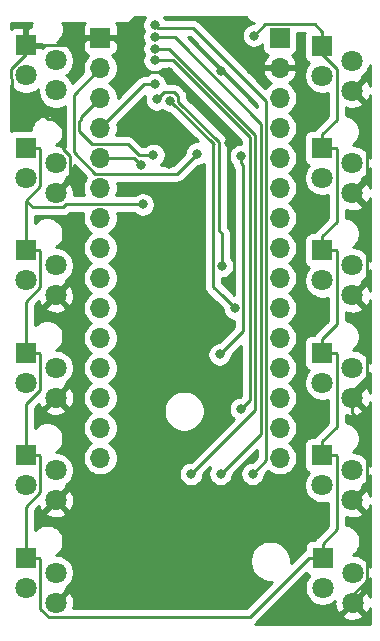
<source format=gbr>
G04 #@! TF.GenerationSoftware,KiCad,Pcbnew,5.1.5-52549c5~84~ubuntu18.04.1*
G04 #@! TF.CreationDate,2019-11-19T18:32:17+01:00*
G04 #@! TF.ProjectId,darkroom_tracker,6461726b-726f-46f6-9d5f-747261636b65,rev?*
G04 #@! TF.SameCoordinates,Original*
G04 #@! TF.FileFunction,Copper,L2,Bot*
G04 #@! TF.FilePolarity,Positive*
%FSLAX46Y46*%
G04 Gerber Fmt 4.6, Leading zero omitted, Abs format (unit mm)*
G04 Created by KiCad (PCBNEW 5.1.5-52549c5~84~ubuntu18.04.1) date 2019-11-19 18:32:17*
%MOMM*%
%LPD*%
G04 APERTURE LIST*
%ADD10R,1.700000X1.700000*%
%ADD11O,1.700000X1.700000*%
%ADD12C,1.800000*%
%ADD13R,1.800000X1.800000*%
%ADD14C,0.800000*%
%ADD15C,0.250000*%
%ADD16C,0.254000*%
G04 APERTURE END LIST*
D10*
X124000000Y-72200000D03*
D11*
X124000000Y-74740000D03*
X124000000Y-77280000D03*
X124000000Y-79820000D03*
X124000000Y-82360000D03*
X124000000Y-84900000D03*
X124000000Y-87440000D03*
X124000000Y-89980000D03*
X124000000Y-92520000D03*
X124000000Y-95060000D03*
X124000000Y-97600000D03*
X124000000Y-100140000D03*
X124000000Y-102680000D03*
X124000000Y-105220000D03*
X124000000Y-107760000D03*
X139200000Y-107760000D03*
X139200000Y-105220000D03*
X139200000Y-102680000D03*
X139200000Y-100140000D03*
X139200000Y-97600000D03*
X139200000Y-95060000D03*
X139200000Y-92520000D03*
X139200000Y-89980000D03*
X139200000Y-87440000D03*
X139200000Y-84900000D03*
X139200000Y-82360000D03*
X139200000Y-79820000D03*
X139200000Y-77280000D03*
X139200000Y-74740000D03*
D10*
X139200000Y-72200000D03*
D12*
X145354040Y-76652120D03*
X142814040Y-75382120D03*
X145354040Y-74112120D03*
D13*
X142814040Y-72842120D03*
X142814040Y-81518760D03*
D12*
X145354040Y-82788760D03*
X142814040Y-84058760D03*
X145354040Y-85328760D03*
X145354040Y-94000320D03*
X142814040Y-92730320D03*
X145354040Y-91460320D03*
D13*
X142814040Y-90190320D03*
X142814040Y-98861880D03*
D12*
X145354040Y-100131880D03*
X142814040Y-101401880D03*
X145354040Y-102671880D03*
X145354040Y-111343440D03*
X142814040Y-110073440D03*
X145354040Y-108803440D03*
D13*
X142814040Y-107533440D03*
X142834360Y-116205000D03*
D12*
X145374360Y-117475000D03*
X142834360Y-118745000D03*
X145374360Y-120015000D03*
D13*
X117703600Y-116205000D03*
D12*
X120243600Y-117475000D03*
X117703600Y-118745000D03*
X120243600Y-120015000D03*
X120243600Y-111338360D03*
X117703600Y-110068360D03*
X120243600Y-108798360D03*
D13*
X117703600Y-107528360D03*
X117703600Y-98856800D03*
D12*
X120243600Y-100126800D03*
X117703600Y-101396800D03*
X120243600Y-102666800D03*
X120238520Y-93990160D03*
X117698520Y-92720160D03*
X120238520Y-91450160D03*
D13*
X117698520Y-90180160D03*
X117698520Y-81518760D03*
D12*
X120238520Y-82788760D03*
X117698520Y-84058760D03*
X120238520Y-85328760D03*
D13*
X117713760Y-72837040D03*
D12*
X120253760Y-74107040D03*
X117713760Y-75377040D03*
X120253760Y-76647040D03*
D14*
X131700000Y-96000000D03*
X133400000Y-95500000D03*
X134200000Y-75000000D03*
X128100000Y-92200000D03*
X128650002Y-80400000D03*
X129800000Y-75100000D03*
X136775000Y-74900000D03*
X134900000Y-81100000D03*
X129800000Y-82900000D03*
X132100000Y-83600000D03*
X131600000Y-113300000D03*
X140600000Y-120200000D03*
X137000000Y-72000000D03*
X127600000Y-86300000D03*
X128500000Y-82100000D03*
X132200000Y-82000000D03*
X128600000Y-76100000D03*
X127475430Y-82962653D03*
X128800000Y-77400000D03*
X134300000Y-91500000D03*
X129900000Y-77500000D03*
X135400000Y-95100000D03*
X128600000Y-74100000D03*
X135900000Y-103600000D03*
X135900000Y-82200000D03*
X134100000Y-99000000D03*
X128600000Y-71100000D03*
X136900000Y-109100000D03*
X128600000Y-72100000D03*
X134200000Y-109100000D03*
X128600000Y-73100000D03*
X131700000Y-109100000D03*
D15*
X146579041Y-84103759D02*
X146254039Y-84428761D01*
X146254039Y-84428761D02*
X145354040Y-85328760D01*
X146579041Y-77877121D02*
X146579041Y-84103759D01*
X145354040Y-76652120D02*
X146579041Y-77877121D01*
X146579041Y-92775319D02*
X146254039Y-93100321D01*
X146254039Y-93100321D02*
X145354040Y-94000320D01*
X146579041Y-86553761D02*
X146579041Y-92775319D01*
X145354040Y-85328760D02*
X146579041Y-86553761D01*
X145354040Y-102145960D02*
X145354040Y-102671880D01*
X146579041Y-100920959D02*
X145354040Y-102145960D01*
X145354040Y-94000320D02*
X146579041Y-95225321D01*
X146579041Y-95225321D02*
X146579041Y-100920959D01*
X146579041Y-110118439D02*
X146254039Y-110443441D01*
X146254039Y-110443441D02*
X145354040Y-111343440D01*
X146579041Y-105169673D02*
X146579041Y-110118439D01*
X145354040Y-103944672D02*
X146579041Y-105169673D01*
X145354040Y-102671880D02*
X145354040Y-103944672D01*
X145374360Y-119325640D02*
X145374360Y-120015000D01*
X146599361Y-118100639D02*
X145374360Y-119325640D01*
X145354040Y-111343440D02*
X146599361Y-112588761D01*
X146599361Y-112588761D02*
X146599361Y-118100639D01*
X122262960Y-72837040D02*
X118863760Y-72837040D01*
X122900000Y-72200000D02*
X122262960Y-72837040D01*
X118863760Y-72837040D02*
X117713760Y-72837040D01*
X124000000Y-72200000D02*
X122900000Y-72200000D01*
X117713760Y-73564038D02*
X117713760Y-72837040D01*
X120238520Y-85328760D02*
X121463521Y-84103759D01*
X116473519Y-74804279D02*
X117713760Y-73564038D01*
X121463521Y-84103759D02*
X121463521Y-82200759D01*
X119567427Y-79043709D02*
X117823718Y-77300000D01*
X120826521Y-81563759D02*
X120826521Y-79855685D01*
X121463521Y-82200759D02*
X120826521Y-81563759D01*
X120826521Y-79855685D02*
X120014545Y-79043709D01*
X120014545Y-79043709D02*
X119567427Y-79043709D01*
X116509449Y-76409449D02*
X117400000Y-77300000D01*
X116490551Y-76409449D02*
X116509449Y-76409449D01*
X117823718Y-77300000D02*
X117400000Y-77300000D01*
X116490551Y-76409449D02*
X116473519Y-74804279D01*
X128000000Y-75100000D02*
X129800000Y-75100000D01*
X124000000Y-72200000D02*
X125100000Y-72200000D01*
X125100000Y-72200000D02*
X128000000Y-75100000D01*
X128650002Y-80400000D02*
X129800000Y-81549998D01*
X129800000Y-81549998D02*
X129800000Y-82900000D01*
X142814040Y-71692120D02*
X142814040Y-72842120D01*
X142146919Y-71024999D02*
X142814040Y-71692120D01*
X137975001Y-71024999D02*
X142146919Y-71024999D01*
X137000000Y-72000000D02*
X137975001Y-71024999D01*
X142814040Y-80368760D02*
X142814040Y-81518760D01*
X144039041Y-79143759D02*
X142814040Y-80368760D01*
X144039041Y-74794119D02*
X144039041Y-79143759D01*
X142814040Y-73569118D02*
X144039041Y-74794119D01*
X142814040Y-72842120D02*
X142814040Y-73569118D01*
X142814040Y-89040320D02*
X142814040Y-90190320D01*
X142814040Y-88999244D02*
X142814040Y-89040320D01*
X144039041Y-81593761D02*
X144039041Y-87774243D01*
X144039041Y-87774243D02*
X142814040Y-88999244D01*
X143964040Y-81518760D02*
X144039041Y-81593761D01*
X142814040Y-81518760D02*
X143964040Y-81518760D01*
X142814040Y-97711880D02*
X142814040Y-98861880D01*
X142814040Y-97670804D02*
X142814040Y-97711880D01*
X144039041Y-96445803D02*
X142814040Y-97670804D01*
X144039041Y-90265321D02*
X144039041Y-96445803D01*
X143964040Y-90190320D02*
X144039041Y-90265321D01*
X142814040Y-90190320D02*
X143964040Y-90190320D01*
X142814040Y-106383440D02*
X142814040Y-107533440D01*
X142814040Y-106342364D02*
X142814040Y-106383440D01*
X144039041Y-105117363D02*
X142814040Y-106342364D01*
X144039041Y-98936881D02*
X144039041Y-105117363D01*
X143964040Y-98861880D02*
X144039041Y-98936881D01*
X142814040Y-98861880D02*
X143964040Y-98861880D01*
X142834360Y-115055000D02*
X142834360Y-116205000D01*
X142834360Y-115013924D02*
X142834360Y-115055000D01*
X144039041Y-113809243D02*
X142834360Y-115013924D01*
X144039041Y-107608441D02*
X144039041Y-113809243D01*
X143964040Y-107533440D02*
X144039041Y-107608441D01*
X142814040Y-107533440D02*
X143964040Y-107533440D01*
X118928601Y-116280001D02*
X118853600Y-116205000D01*
X118928601Y-120513003D02*
X118928601Y-116280001D01*
X119655599Y-121240001D02*
X118928601Y-120513003D01*
X136649359Y-121240001D02*
X119655599Y-121240001D01*
X141684360Y-116205000D02*
X136649359Y-121240001D01*
X118853600Y-116205000D02*
X117703600Y-116205000D01*
X142834360Y-116205000D02*
X141684360Y-116205000D01*
X118853600Y-107528360D02*
X117703600Y-107528360D01*
X118928601Y-107603361D02*
X118853600Y-107528360D01*
X118928601Y-110656361D02*
X118928601Y-107603361D01*
X117703600Y-111881362D02*
X118928601Y-110656361D01*
X117703600Y-116205000D02*
X117703600Y-111881362D01*
X118853600Y-98856800D02*
X117703600Y-98856800D01*
X118928601Y-98931801D02*
X118853600Y-98856800D01*
X118928601Y-101984801D02*
X118928601Y-98931801D01*
X117703600Y-103209802D02*
X118928601Y-101984801D01*
X117703600Y-107528360D02*
X117703600Y-103209802D01*
X118848520Y-90180160D02*
X117698520Y-90180160D01*
X118923521Y-90255161D02*
X118848520Y-90180160D01*
X118923521Y-93308161D02*
X118923521Y-90255161D01*
X117703600Y-94528082D02*
X118923521Y-93308161D01*
X117703600Y-98856800D02*
X117703600Y-94528082D01*
X118848520Y-81518760D02*
X117698520Y-81518760D01*
X118923521Y-84740759D02*
X118923521Y-81593761D01*
X118923521Y-81593761D02*
X118848520Y-81518760D01*
X117698520Y-85965760D02*
X118923521Y-84740759D01*
X117698520Y-90180160D02*
X117698520Y-85965760D01*
X118286521Y-86553761D02*
X117698520Y-85965760D01*
X120826521Y-86553761D02*
X118286521Y-86553761D01*
X121115283Y-86264999D02*
X120826521Y-86553761D01*
X127034315Y-86300000D02*
X126999314Y-86264999D01*
X126999314Y-86264999D02*
X121115283Y-86264999D01*
X127600000Y-86300000D02*
X127034315Y-86300000D01*
X122400000Y-78880000D02*
X124000000Y-77280000D01*
X122400000Y-79100000D02*
X122400000Y-78880000D01*
X127249187Y-82100000D02*
X126334186Y-81184999D01*
X128500000Y-82100000D02*
X127249187Y-82100000D01*
X126334186Y-81184999D02*
X123284999Y-81184999D01*
X123284999Y-81184999D02*
X122200000Y-80100000D01*
X122200000Y-80100000D02*
X122200000Y-79300000D01*
X122200000Y-79300000D02*
X122400000Y-79100000D01*
X121749990Y-81848992D02*
X123588652Y-83687654D01*
X124000000Y-74740000D02*
X121749990Y-76990010D01*
X121749990Y-76990010D02*
X121749990Y-81848992D01*
X130512346Y-83687654D02*
X132200000Y-82000000D01*
X123588652Y-83687654D02*
X130512346Y-83687654D01*
X127720000Y-76100000D02*
X124000000Y-79820000D01*
X128600000Y-76100000D02*
X127720000Y-76100000D01*
X126872777Y-82360000D02*
X124000000Y-82360000D01*
X127475430Y-82962653D02*
X126872777Y-82360000D01*
X128800000Y-77400000D02*
X129425001Y-76774999D01*
X129425001Y-76774999D02*
X130248001Y-76774999D01*
X130625001Y-77151999D02*
X130625001Y-77588591D01*
X130248001Y-76774999D02*
X130625001Y-77151999D01*
X134050009Y-81549991D02*
X134025009Y-81574991D01*
X130625001Y-77588591D02*
X134050009Y-81013599D01*
X134050009Y-81013599D02*
X134050009Y-81549991D01*
X134025009Y-81574991D02*
X134025009Y-88500000D01*
X134300000Y-88774991D02*
X134300000Y-91500000D01*
X134025009Y-88500000D02*
X134300000Y-88774991D01*
X134300000Y-94000000D02*
X135400000Y-95100000D01*
X133574999Y-93274999D02*
X134300000Y-94000000D01*
X133600000Y-81200000D02*
X133574999Y-81225001D01*
X133574999Y-81225001D02*
X133574999Y-93274999D01*
X129900000Y-77500000D02*
X133600000Y-81200000D01*
X128600000Y-74100000D02*
X130163590Y-74100000D01*
X136674969Y-80611379D02*
X136674969Y-100925031D01*
X130163590Y-74100000D02*
X136674969Y-80611379D01*
X136674969Y-100925031D02*
X136674969Y-102825031D01*
X136674969Y-102825031D02*
X135900000Y-103600000D01*
X136125001Y-96974999D02*
X134100000Y-99000000D01*
X136125001Y-82990686D02*
X136125001Y-96974999D01*
X135900000Y-82200000D02*
X135900000Y-82765685D01*
X135900000Y-82765685D02*
X136125001Y-82990686D01*
X128874999Y-71374999D02*
X131874999Y-71374999D01*
X128600000Y-71100000D02*
X128874999Y-71374999D01*
X138024999Y-77524999D02*
X138024999Y-102975001D01*
X131874999Y-71374999D02*
X138024999Y-77524999D01*
X138024999Y-102975001D02*
X138024999Y-107975001D01*
X138024999Y-107975001D02*
X136900000Y-109100000D01*
X137574989Y-79447991D02*
X137574989Y-105725011D01*
X130700000Y-72500000D02*
X137574989Y-79447991D01*
X137574989Y-105725011D02*
X134200000Y-109100000D01*
X130300000Y-72100000D02*
X130700000Y-72500000D01*
X128600000Y-72100000D02*
X130300000Y-72100000D01*
X129800000Y-73100000D02*
X137124979Y-80424979D01*
X128600000Y-73100000D02*
X129800000Y-73100000D01*
X137124979Y-80424979D02*
X137124979Y-100975021D01*
X137124979Y-100975021D02*
X137124979Y-103675021D01*
X137124979Y-103675021D02*
X131700000Y-109100000D01*
D16*
G36*
X141483175Y-117556185D02*
G01*
X141579866Y-117635537D01*
X141690180Y-117694502D01*
X141708487Y-117700056D01*
X141642048Y-117766495D01*
X141474061Y-118017905D01*
X141358349Y-118297257D01*
X141299360Y-118593816D01*
X141299360Y-118896184D01*
X141358349Y-119192743D01*
X141474061Y-119472095D01*
X141642048Y-119723505D01*
X141855855Y-119937312D01*
X142107265Y-120105299D01*
X142386617Y-120221011D01*
X142683176Y-120280000D01*
X142985544Y-120280000D01*
X143282103Y-120221011D01*
X143561455Y-120105299D01*
X143812865Y-119937312D01*
X143842970Y-119907207D01*
X143833369Y-120081553D01*
X143875963Y-120380907D01*
X143976138Y-120666199D01*
X144056099Y-120815792D01*
X144310280Y-120899475D01*
X145194755Y-120015000D01*
X145180613Y-120000858D01*
X145360218Y-119821253D01*
X145374360Y-119835395D01*
X146258835Y-118950920D01*
X146199255Y-118769951D01*
X146352865Y-118667312D01*
X146566672Y-118453505D01*
X146734659Y-118202095D01*
X146840000Y-117947780D01*
X146840000Y-119555803D01*
X146772582Y-119363801D01*
X146692621Y-119214208D01*
X146438440Y-119130525D01*
X145553965Y-120015000D01*
X146438440Y-120899475D01*
X146692621Y-120815792D01*
X146823518Y-120543225D01*
X146840000Y-120479042D01*
X146840000Y-121840000D01*
X137116252Y-121840000D01*
X137189360Y-121780002D01*
X137213163Y-121750998D01*
X137885081Y-121079080D01*
X144489885Y-121079080D01*
X144573568Y-121333261D01*
X144846135Y-121464158D01*
X145139002Y-121539365D01*
X145440913Y-121555991D01*
X145740267Y-121513397D01*
X146025559Y-121413222D01*
X146175152Y-121333261D01*
X146258835Y-121079080D01*
X145374360Y-120194605D01*
X144489885Y-121079080D01*
X137885081Y-121079080D01*
X141449279Y-117514883D01*
X141483175Y-117556185D01*
G37*
X141483175Y-117556185D02*
X141579866Y-117635537D01*
X141690180Y-117694502D01*
X141708487Y-117700056D01*
X141642048Y-117766495D01*
X141474061Y-118017905D01*
X141358349Y-118297257D01*
X141299360Y-118593816D01*
X141299360Y-118896184D01*
X141358349Y-119192743D01*
X141474061Y-119472095D01*
X141642048Y-119723505D01*
X141855855Y-119937312D01*
X142107265Y-120105299D01*
X142386617Y-120221011D01*
X142683176Y-120280000D01*
X142985544Y-120280000D01*
X143282103Y-120221011D01*
X143561455Y-120105299D01*
X143812865Y-119937312D01*
X143842970Y-119907207D01*
X143833369Y-120081553D01*
X143875963Y-120380907D01*
X143976138Y-120666199D01*
X144056099Y-120815792D01*
X144310280Y-120899475D01*
X145194755Y-120015000D01*
X145180613Y-120000858D01*
X145360218Y-119821253D01*
X145374360Y-119835395D01*
X146258835Y-118950920D01*
X146199255Y-118769951D01*
X146352865Y-118667312D01*
X146566672Y-118453505D01*
X146734659Y-118202095D01*
X146840000Y-117947780D01*
X146840000Y-119555803D01*
X146772582Y-119363801D01*
X146692621Y-119214208D01*
X146438440Y-119130525D01*
X145553965Y-120015000D01*
X146438440Y-120899475D01*
X146692621Y-120815792D01*
X146823518Y-120543225D01*
X146840000Y-120479042D01*
X146840000Y-121840000D01*
X137116252Y-121840000D01*
X137189360Y-121780002D01*
X137213163Y-121750998D01*
X137885081Y-121079080D01*
X144489885Y-121079080D01*
X144573568Y-121333261D01*
X144846135Y-121464158D01*
X145139002Y-121539365D01*
X145440913Y-121555991D01*
X145740267Y-121513397D01*
X146025559Y-121413222D01*
X146175152Y-121333261D01*
X146258835Y-121079080D01*
X145374360Y-120194605D01*
X144489885Y-121079080D01*
X137885081Y-121079080D01*
X141449279Y-117514883D01*
X141483175Y-117556185D01*
G36*
X136387290Y-70503793D02*
G01*
X136448575Y-70618450D01*
X136495579Y-70675724D01*
X136531052Y-70718948D01*
X136631550Y-70801425D01*
X136746207Y-70862710D01*
X136870617Y-70900450D01*
X137000000Y-70913193D01*
X137013317Y-70911881D01*
X136960198Y-70965000D01*
X136898061Y-70965000D01*
X136698102Y-71004774D01*
X136509744Y-71082795D01*
X136340226Y-71196063D01*
X136196063Y-71340226D01*
X136082795Y-71509744D01*
X136004774Y-71698102D01*
X135965000Y-71898061D01*
X135965000Y-72101939D01*
X136004774Y-72301898D01*
X136082795Y-72490256D01*
X136196063Y-72659774D01*
X136340226Y-72803937D01*
X136509744Y-72917205D01*
X136698102Y-72995226D01*
X136898061Y-73035000D01*
X137101939Y-73035000D01*
X137301898Y-72995226D01*
X137490256Y-72917205D01*
X137659774Y-72803937D01*
X137711928Y-72751783D01*
X137711928Y-73050000D01*
X137724188Y-73174482D01*
X137760498Y-73294180D01*
X137819463Y-73404494D01*
X137898815Y-73501185D01*
X137995506Y-73580537D01*
X138105820Y-73639502D01*
X138186466Y-73663966D01*
X138102412Y-73739731D01*
X137928359Y-73973080D01*
X137803175Y-74235901D01*
X137758524Y-74383110D01*
X137879845Y-74613000D01*
X139073000Y-74613000D01*
X139073000Y-74593000D01*
X139327000Y-74593000D01*
X139327000Y-74613000D01*
X140520155Y-74613000D01*
X140641476Y-74383110D01*
X140596825Y-74235901D01*
X140471641Y-73973080D01*
X140297588Y-73739731D01*
X140213534Y-73663966D01*
X140294180Y-73639502D01*
X140404494Y-73580537D01*
X140501185Y-73501185D01*
X140580537Y-73404494D01*
X140639502Y-73294180D01*
X140675812Y-73174482D01*
X140688072Y-73050000D01*
X140688072Y-71784999D01*
X141298129Y-71784999D01*
X141288228Y-71817638D01*
X141275968Y-71942120D01*
X141275968Y-73742120D01*
X141288228Y-73866602D01*
X141324538Y-73986300D01*
X141383503Y-74096614D01*
X141462855Y-74193305D01*
X141559546Y-74272657D01*
X141669860Y-74331622D01*
X141688167Y-74337176D01*
X141621728Y-74403615D01*
X141453741Y-74655025D01*
X141338029Y-74934377D01*
X141279040Y-75230936D01*
X141279040Y-75533304D01*
X141338029Y-75829863D01*
X141453741Y-76109215D01*
X141621728Y-76360625D01*
X141835535Y-76574432D01*
X142086945Y-76742419D01*
X142366297Y-76858131D01*
X142662856Y-76917120D01*
X142965224Y-76917120D01*
X143261783Y-76858131D01*
X143279041Y-76850982D01*
X143279042Y-78828956D01*
X142303043Y-79804956D01*
X142274039Y-79828759D01*
X142227902Y-79884978D01*
X142179066Y-79944484D01*
X142159714Y-79980688D01*
X141914040Y-79980688D01*
X141789558Y-79992948D01*
X141669860Y-80029258D01*
X141559546Y-80088223D01*
X141462855Y-80167575D01*
X141383503Y-80264266D01*
X141324538Y-80374580D01*
X141288228Y-80494278D01*
X141275968Y-80618760D01*
X141275968Y-82418760D01*
X141288228Y-82543242D01*
X141324538Y-82662940D01*
X141383503Y-82773254D01*
X141462855Y-82869945D01*
X141559546Y-82949297D01*
X141669860Y-83008262D01*
X141688167Y-83013816D01*
X141621728Y-83080255D01*
X141453741Y-83331665D01*
X141338029Y-83611017D01*
X141279040Y-83907576D01*
X141279040Y-84209944D01*
X141338029Y-84506503D01*
X141453741Y-84785855D01*
X141621728Y-85037265D01*
X141835535Y-85251072D01*
X142086945Y-85419059D01*
X142366297Y-85534771D01*
X142662856Y-85593760D01*
X142965224Y-85593760D01*
X143261783Y-85534771D01*
X143279042Y-85527622D01*
X143279042Y-87459440D01*
X142303043Y-88435440D01*
X142274039Y-88459243D01*
X142221514Y-88523246D01*
X142179066Y-88574968D01*
X142137759Y-88652248D01*
X141914040Y-88652248D01*
X141789558Y-88664508D01*
X141669860Y-88700818D01*
X141559546Y-88759783D01*
X141462855Y-88839135D01*
X141383503Y-88935826D01*
X141324538Y-89046140D01*
X141288228Y-89165838D01*
X141275968Y-89290320D01*
X141275968Y-91090320D01*
X141288228Y-91214802D01*
X141324538Y-91334500D01*
X141383503Y-91444814D01*
X141462855Y-91541505D01*
X141559546Y-91620857D01*
X141669860Y-91679822D01*
X141688167Y-91685376D01*
X141621728Y-91751815D01*
X141453741Y-92003225D01*
X141338029Y-92282577D01*
X141279040Y-92579136D01*
X141279040Y-92881504D01*
X141338029Y-93178063D01*
X141453741Y-93457415D01*
X141621728Y-93708825D01*
X141835535Y-93922632D01*
X142086945Y-94090619D01*
X142366297Y-94206331D01*
X142662856Y-94265320D01*
X142965224Y-94265320D01*
X143261783Y-94206331D01*
X143279042Y-94199182D01*
X143279042Y-96131000D01*
X142303043Y-97107000D01*
X142274039Y-97130803D01*
X142221514Y-97194806D01*
X142179066Y-97246528D01*
X142157110Y-97287605D01*
X142137759Y-97323808D01*
X141914040Y-97323808D01*
X141789558Y-97336068D01*
X141669860Y-97372378D01*
X141559546Y-97431343D01*
X141462855Y-97510695D01*
X141383503Y-97607386D01*
X141324538Y-97717700D01*
X141288228Y-97837398D01*
X141275968Y-97961880D01*
X141275968Y-99761880D01*
X141288228Y-99886362D01*
X141324538Y-100006060D01*
X141383503Y-100116374D01*
X141462855Y-100213065D01*
X141559546Y-100292417D01*
X141669860Y-100351382D01*
X141688167Y-100356936D01*
X141621728Y-100423375D01*
X141453741Y-100674785D01*
X141338029Y-100954137D01*
X141279040Y-101250696D01*
X141279040Y-101553064D01*
X141338029Y-101849623D01*
X141453741Y-102128975D01*
X141621728Y-102380385D01*
X141835535Y-102594192D01*
X142086945Y-102762179D01*
X142366297Y-102877891D01*
X142662856Y-102936880D01*
X142965224Y-102936880D01*
X143261783Y-102877891D01*
X143279042Y-102870742D01*
X143279042Y-104802560D01*
X142303043Y-105778560D01*
X142274039Y-105802363D01*
X142221514Y-105866366D01*
X142179066Y-105918088D01*
X142157110Y-105959165D01*
X142137759Y-105995368D01*
X141914040Y-105995368D01*
X141789558Y-106007628D01*
X141669860Y-106043938D01*
X141559546Y-106102903D01*
X141462855Y-106182255D01*
X141383503Y-106278946D01*
X141324538Y-106389260D01*
X141288228Y-106508958D01*
X141275968Y-106633440D01*
X141275968Y-108433440D01*
X141288228Y-108557922D01*
X141324538Y-108677620D01*
X141383503Y-108787934D01*
X141462855Y-108884625D01*
X141559546Y-108963977D01*
X141669860Y-109022942D01*
X141688167Y-109028496D01*
X141621728Y-109094935D01*
X141453741Y-109346345D01*
X141338029Y-109625697D01*
X141279040Y-109922256D01*
X141279040Y-110224624D01*
X141338029Y-110521183D01*
X141453741Y-110800535D01*
X141621728Y-111051945D01*
X141835535Y-111265752D01*
X142086945Y-111433739D01*
X142366297Y-111549451D01*
X142662856Y-111608440D01*
X142965224Y-111608440D01*
X143261783Y-111549451D01*
X143279042Y-111542302D01*
X143279042Y-113494440D01*
X142323363Y-114450120D01*
X142294359Y-114473923D01*
X142239231Y-114541098D01*
X142199386Y-114589648D01*
X142177430Y-114630725D01*
X142158079Y-114666928D01*
X141934360Y-114666928D01*
X141809878Y-114679188D01*
X141690180Y-114715498D01*
X141579866Y-114774463D01*
X141483175Y-114853815D01*
X141403823Y-114950506D01*
X141344858Y-115060820D01*
X141308548Y-115180518D01*
X141296288Y-115305000D01*
X141296288Y-115550674D01*
X141260084Y-115570026D01*
X141144359Y-115664999D01*
X141120561Y-115693997D01*
X140132846Y-116681712D01*
X140135000Y-116670883D01*
X140135000Y-116329117D01*
X140068325Y-115993919D01*
X139937537Y-115678169D01*
X139747663Y-115394002D01*
X139505998Y-115152337D01*
X139221831Y-114962463D01*
X138906081Y-114831675D01*
X138570883Y-114765000D01*
X138229117Y-114765000D01*
X137893919Y-114831675D01*
X137578169Y-114962463D01*
X137294002Y-115152337D01*
X137052337Y-115394002D01*
X136862463Y-115678169D01*
X136731675Y-115993919D01*
X136665000Y-116329117D01*
X136665000Y-116670883D01*
X136731675Y-117006081D01*
X136862463Y-117321831D01*
X137052337Y-117605998D01*
X137294002Y-117847663D01*
X137578169Y-118037537D01*
X137893919Y-118168325D01*
X138229117Y-118235000D01*
X138570883Y-118235000D01*
X138581713Y-118232846D01*
X136334558Y-120480001D01*
X121708994Y-120480001D01*
X121767965Y-120250358D01*
X121784591Y-119948447D01*
X121741997Y-119649093D01*
X121641822Y-119363801D01*
X121561861Y-119214208D01*
X121307680Y-119130525D01*
X120423205Y-120015000D01*
X120437348Y-120029143D01*
X120257743Y-120208748D01*
X120243600Y-120194605D01*
X120229458Y-120208748D01*
X120049853Y-120029143D01*
X120063995Y-120015000D01*
X120049853Y-120000858D01*
X120229458Y-119821253D01*
X120243600Y-119835395D01*
X121128075Y-118950920D01*
X121068495Y-118769951D01*
X121222105Y-118667312D01*
X121435912Y-118453505D01*
X121603899Y-118202095D01*
X121719611Y-117922743D01*
X121778600Y-117626184D01*
X121778600Y-117323816D01*
X121719611Y-117027257D01*
X121603899Y-116747905D01*
X121435912Y-116496495D01*
X121222105Y-116282688D01*
X120970695Y-116114701D01*
X120691343Y-115998989D01*
X120394784Y-115940000D01*
X120297977Y-115940000D01*
X120386518Y-115880839D01*
X120579439Y-115687918D01*
X120731016Y-115461067D01*
X120835424Y-115209004D01*
X120888650Y-114941416D01*
X120888650Y-114668584D01*
X120835424Y-114400996D01*
X120731016Y-114148933D01*
X120579439Y-113922082D01*
X120386518Y-113729161D01*
X120159667Y-113577584D01*
X119907604Y-113473176D01*
X119640016Y-113419950D01*
X119367184Y-113419950D01*
X119099596Y-113473176D01*
X118847533Y-113577584D01*
X118620682Y-113729161D01*
X118463600Y-113886243D01*
X118463600Y-112402440D01*
X119359125Y-112402440D01*
X119442808Y-112656621D01*
X119715375Y-112787518D01*
X120008242Y-112862725D01*
X120310153Y-112879351D01*
X120609507Y-112836757D01*
X120894799Y-112736582D01*
X121044392Y-112656621D01*
X121128075Y-112402440D01*
X120243600Y-111517965D01*
X119359125Y-112402440D01*
X118463600Y-112402440D01*
X118463600Y-112196163D01*
X118799854Y-111859909D01*
X118845378Y-111989559D01*
X118925339Y-112139152D01*
X119179520Y-112222835D01*
X120063995Y-111338360D01*
X120423205Y-111338360D01*
X121307680Y-112222835D01*
X121561861Y-112139152D01*
X121692758Y-111866585D01*
X121767965Y-111573718D01*
X121784591Y-111271807D01*
X121741997Y-110972453D01*
X121641822Y-110687161D01*
X121561861Y-110537568D01*
X121307680Y-110453885D01*
X120423205Y-111338360D01*
X120063995Y-111338360D01*
X120049853Y-111324218D01*
X120229458Y-111144613D01*
X120243600Y-111158755D01*
X121128075Y-110274280D01*
X121068495Y-110093311D01*
X121222105Y-109990672D01*
X121435912Y-109776865D01*
X121603899Y-109525455D01*
X121719611Y-109246103D01*
X121778600Y-108949544D01*
X121778600Y-108647176D01*
X121719611Y-108350617D01*
X121603899Y-108071265D01*
X121435912Y-107819855D01*
X121222105Y-107606048D01*
X120970695Y-107438061D01*
X120691343Y-107322349D01*
X120394784Y-107263360D01*
X120297977Y-107263360D01*
X120386518Y-107204199D01*
X120579439Y-107011278D01*
X120731016Y-106784427D01*
X120835424Y-106532364D01*
X120888650Y-106264776D01*
X120888650Y-105991944D01*
X120835424Y-105724356D01*
X120731016Y-105472293D01*
X120579439Y-105245442D01*
X120386518Y-105052521D01*
X120159667Y-104900944D01*
X119907604Y-104796536D01*
X119640016Y-104743310D01*
X119367184Y-104743310D01*
X119099596Y-104796536D01*
X118847533Y-104900944D01*
X118620682Y-105052521D01*
X118463600Y-105209603D01*
X118463600Y-103730880D01*
X119359125Y-103730880D01*
X119442808Y-103985061D01*
X119715375Y-104115958D01*
X120008242Y-104191165D01*
X120310153Y-104207791D01*
X120609507Y-104165197D01*
X120894799Y-104065022D01*
X121044392Y-103985061D01*
X121128075Y-103730880D01*
X120243600Y-102846405D01*
X119359125Y-103730880D01*
X118463600Y-103730880D01*
X118463600Y-103524603D01*
X118799854Y-103188349D01*
X118845378Y-103317999D01*
X118925339Y-103467592D01*
X119179520Y-103551275D01*
X120063995Y-102666800D01*
X120423205Y-102666800D01*
X121307680Y-103551275D01*
X121561861Y-103467592D01*
X121692758Y-103195025D01*
X121767965Y-102902158D01*
X121784591Y-102600247D01*
X121741997Y-102300893D01*
X121641822Y-102015601D01*
X121561861Y-101866008D01*
X121307680Y-101782325D01*
X120423205Y-102666800D01*
X120063995Y-102666800D01*
X120049853Y-102652658D01*
X120229458Y-102473053D01*
X120243600Y-102487195D01*
X121128075Y-101602720D01*
X121068495Y-101421751D01*
X121222105Y-101319112D01*
X121435912Y-101105305D01*
X121603899Y-100853895D01*
X121719611Y-100574543D01*
X121778600Y-100277984D01*
X121778600Y-99975616D01*
X121719611Y-99679057D01*
X121603899Y-99399705D01*
X121435912Y-99148295D01*
X121222105Y-98934488D01*
X120970695Y-98766501D01*
X120691343Y-98650789D01*
X120394784Y-98591800D01*
X120297977Y-98591800D01*
X120386518Y-98532639D01*
X120579439Y-98339718D01*
X120731016Y-98112867D01*
X120835424Y-97860804D01*
X120888650Y-97593216D01*
X120888650Y-97320384D01*
X120835424Y-97052796D01*
X120731016Y-96800733D01*
X120579439Y-96573882D01*
X120386518Y-96380961D01*
X120159667Y-96229384D01*
X119907604Y-96124976D01*
X119640016Y-96071750D01*
X119367184Y-96071750D01*
X119099596Y-96124976D01*
X118847533Y-96229384D01*
X118620682Y-96380961D01*
X118463600Y-96538043D01*
X118463600Y-95054240D01*
X119354045Y-95054240D01*
X119437728Y-95308421D01*
X119710295Y-95439318D01*
X120003162Y-95514525D01*
X120305073Y-95531151D01*
X120604427Y-95488557D01*
X120889719Y-95388382D01*
X121039312Y-95308421D01*
X121122995Y-95054240D01*
X120238520Y-94169765D01*
X119354045Y-95054240D01*
X118463600Y-95054240D01*
X118463600Y-94842883D01*
X118794774Y-94511709D01*
X118840298Y-94641359D01*
X118920259Y-94790952D01*
X119174440Y-94874635D01*
X120058915Y-93990160D01*
X120418125Y-93990160D01*
X121302600Y-94874635D01*
X121556781Y-94790952D01*
X121687678Y-94518385D01*
X121762885Y-94225518D01*
X121779511Y-93923607D01*
X121736917Y-93624253D01*
X121636742Y-93338961D01*
X121556781Y-93189368D01*
X121302600Y-93105685D01*
X120418125Y-93990160D01*
X120058915Y-93990160D01*
X120044773Y-93976018D01*
X120224378Y-93796413D01*
X120238520Y-93810555D01*
X121122995Y-92926080D01*
X121063415Y-92745111D01*
X121217025Y-92642472D01*
X121430832Y-92428665D01*
X121598819Y-92177255D01*
X121714531Y-91897903D01*
X121773520Y-91601344D01*
X121773520Y-91298976D01*
X121714531Y-91002417D01*
X121598819Y-90723065D01*
X121430832Y-90471655D01*
X121217025Y-90257848D01*
X120965615Y-90089861D01*
X120686263Y-89974149D01*
X120389704Y-89915160D01*
X120292897Y-89915160D01*
X120381438Y-89855999D01*
X120574359Y-89663078D01*
X120725936Y-89436227D01*
X120830344Y-89184164D01*
X120883570Y-88916576D01*
X120883570Y-88643744D01*
X120830344Y-88376156D01*
X120725936Y-88124093D01*
X120574359Y-87897242D01*
X120381438Y-87704321D01*
X120154587Y-87552744D01*
X119902524Y-87448336D01*
X119634936Y-87395110D01*
X119362104Y-87395110D01*
X119094516Y-87448336D01*
X118842453Y-87552744D01*
X118615602Y-87704321D01*
X118458520Y-87861403D01*
X118458520Y-87313761D01*
X120789199Y-87313761D01*
X120826521Y-87317437D01*
X120863843Y-87313761D01*
X120863854Y-87313761D01*
X120975507Y-87302764D01*
X121118768Y-87259307D01*
X121250797Y-87188735D01*
X121366522Y-87093762D01*
X121390325Y-87064758D01*
X121430084Y-87024999D01*
X122568456Y-87024999D01*
X122515000Y-87293740D01*
X122515000Y-87586260D01*
X122572068Y-87873158D01*
X122684010Y-88143411D01*
X122846525Y-88386632D01*
X123053368Y-88593475D01*
X123227760Y-88710000D01*
X123053368Y-88826525D01*
X122846525Y-89033368D01*
X122684010Y-89276589D01*
X122572068Y-89546842D01*
X122515000Y-89833740D01*
X122515000Y-90126260D01*
X122572068Y-90413158D01*
X122684010Y-90683411D01*
X122846525Y-90926632D01*
X123053368Y-91133475D01*
X123227760Y-91250000D01*
X123053368Y-91366525D01*
X122846525Y-91573368D01*
X122684010Y-91816589D01*
X122572068Y-92086842D01*
X122515000Y-92373740D01*
X122515000Y-92666260D01*
X122572068Y-92953158D01*
X122684010Y-93223411D01*
X122846525Y-93466632D01*
X123053368Y-93673475D01*
X123227760Y-93790000D01*
X123053368Y-93906525D01*
X122846525Y-94113368D01*
X122684010Y-94356589D01*
X122572068Y-94626842D01*
X122515000Y-94913740D01*
X122515000Y-95206260D01*
X122572068Y-95493158D01*
X122684010Y-95763411D01*
X122846525Y-96006632D01*
X123053368Y-96213475D01*
X123227760Y-96330000D01*
X123053368Y-96446525D01*
X122846525Y-96653368D01*
X122684010Y-96896589D01*
X122572068Y-97166842D01*
X122515000Y-97453740D01*
X122515000Y-97746260D01*
X122572068Y-98033158D01*
X122684010Y-98303411D01*
X122846525Y-98546632D01*
X123053368Y-98753475D01*
X123227760Y-98870000D01*
X123053368Y-98986525D01*
X122846525Y-99193368D01*
X122684010Y-99436589D01*
X122572068Y-99706842D01*
X122515000Y-99993740D01*
X122515000Y-100286260D01*
X122572068Y-100573158D01*
X122684010Y-100843411D01*
X122846525Y-101086632D01*
X123053368Y-101293475D01*
X123227760Y-101410000D01*
X123053368Y-101526525D01*
X122846525Y-101733368D01*
X122684010Y-101976589D01*
X122572068Y-102246842D01*
X122515000Y-102533740D01*
X122515000Y-102826260D01*
X122572068Y-103113158D01*
X122684010Y-103383411D01*
X122846525Y-103626632D01*
X123053368Y-103833475D01*
X123227760Y-103950000D01*
X123053368Y-104066525D01*
X122846525Y-104273368D01*
X122684010Y-104516589D01*
X122572068Y-104786842D01*
X122515000Y-105073740D01*
X122515000Y-105366260D01*
X122572068Y-105653158D01*
X122684010Y-105923411D01*
X122846525Y-106166632D01*
X123053368Y-106373475D01*
X123227760Y-106490000D01*
X123053368Y-106606525D01*
X122846525Y-106813368D01*
X122684010Y-107056589D01*
X122572068Y-107326842D01*
X122515000Y-107613740D01*
X122515000Y-107906260D01*
X122572068Y-108193158D01*
X122684010Y-108463411D01*
X122846525Y-108706632D01*
X123053368Y-108913475D01*
X123296589Y-109075990D01*
X123566842Y-109187932D01*
X123853740Y-109245000D01*
X124146260Y-109245000D01*
X124433158Y-109187932D01*
X124703411Y-109075990D01*
X124946632Y-108913475D01*
X125153475Y-108706632D01*
X125315990Y-108463411D01*
X125427932Y-108193158D01*
X125485000Y-107906260D01*
X125485000Y-107613740D01*
X125427932Y-107326842D01*
X125315990Y-107056589D01*
X125153475Y-106813368D01*
X124946632Y-106606525D01*
X124772240Y-106490000D01*
X124946632Y-106373475D01*
X125153475Y-106166632D01*
X125315990Y-105923411D01*
X125427932Y-105653158D01*
X125485000Y-105366260D01*
X125485000Y-105073740D01*
X125427932Y-104786842D01*
X125315990Y-104516589D01*
X125153475Y-104273368D01*
X124946632Y-104066525D01*
X124772240Y-103950000D01*
X124946632Y-103833475D01*
X125150990Y-103629117D01*
X129365000Y-103629117D01*
X129365000Y-103970883D01*
X129431675Y-104306081D01*
X129562463Y-104621831D01*
X129752337Y-104905998D01*
X129994002Y-105147663D01*
X130278169Y-105337537D01*
X130593919Y-105468325D01*
X130929117Y-105535000D01*
X131270883Y-105535000D01*
X131606081Y-105468325D01*
X131921831Y-105337537D01*
X132205998Y-105147663D01*
X132447663Y-104905998D01*
X132637537Y-104621831D01*
X132768325Y-104306081D01*
X132835000Y-103970883D01*
X132835000Y-103629117D01*
X132768325Y-103293919D01*
X132637537Y-102978169D01*
X132447663Y-102694002D01*
X132205998Y-102452337D01*
X131921831Y-102262463D01*
X131606081Y-102131675D01*
X131270883Y-102065000D01*
X130929117Y-102065000D01*
X130593919Y-102131675D01*
X130278169Y-102262463D01*
X129994002Y-102452337D01*
X129752337Y-102694002D01*
X129562463Y-102978169D01*
X129431675Y-103293919D01*
X129365000Y-103629117D01*
X125150990Y-103629117D01*
X125153475Y-103626632D01*
X125315990Y-103383411D01*
X125427932Y-103113158D01*
X125485000Y-102826260D01*
X125485000Y-102533740D01*
X125427932Y-102246842D01*
X125315990Y-101976589D01*
X125153475Y-101733368D01*
X124946632Y-101526525D01*
X124772240Y-101410000D01*
X124946632Y-101293475D01*
X125153475Y-101086632D01*
X125315990Y-100843411D01*
X125427932Y-100573158D01*
X125485000Y-100286260D01*
X125485000Y-99993740D01*
X125427932Y-99706842D01*
X125315990Y-99436589D01*
X125153475Y-99193368D01*
X124946632Y-98986525D01*
X124772240Y-98870000D01*
X124946632Y-98753475D01*
X125153475Y-98546632D01*
X125315990Y-98303411D01*
X125427932Y-98033158D01*
X125485000Y-97746260D01*
X125485000Y-97453740D01*
X125427932Y-97166842D01*
X125315990Y-96896589D01*
X125153475Y-96653368D01*
X124946632Y-96446525D01*
X124772240Y-96330000D01*
X124946632Y-96213475D01*
X125153475Y-96006632D01*
X125315990Y-95763411D01*
X125427932Y-95493158D01*
X125485000Y-95206260D01*
X125485000Y-94913740D01*
X125427932Y-94626842D01*
X125315990Y-94356589D01*
X125153475Y-94113368D01*
X124946632Y-93906525D01*
X124772240Y-93790000D01*
X124946632Y-93673475D01*
X125153475Y-93466632D01*
X125315990Y-93223411D01*
X125427932Y-92953158D01*
X125485000Y-92666260D01*
X125485000Y-92373740D01*
X125427932Y-92086842D01*
X125315990Y-91816589D01*
X125153475Y-91573368D01*
X124946632Y-91366525D01*
X124772240Y-91250000D01*
X124946632Y-91133475D01*
X125153475Y-90926632D01*
X125315990Y-90683411D01*
X125427932Y-90413158D01*
X125485000Y-90126260D01*
X125485000Y-89833740D01*
X125427932Y-89546842D01*
X125315990Y-89276589D01*
X125153475Y-89033368D01*
X124946632Y-88826525D01*
X124772240Y-88710000D01*
X124946632Y-88593475D01*
X125153475Y-88386632D01*
X125315990Y-88143411D01*
X125427932Y-87873158D01*
X125485000Y-87586260D01*
X125485000Y-87293740D01*
X125431544Y-87024999D01*
X126806197Y-87024999D01*
X126885276Y-87048987D01*
X126940226Y-87103937D01*
X127109744Y-87217205D01*
X127298102Y-87295226D01*
X127498061Y-87335000D01*
X127701939Y-87335000D01*
X127901898Y-87295226D01*
X128090256Y-87217205D01*
X128259774Y-87103937D01*
X128403937Y-86959774D01*
X128517205Y-86790256D01*
X128595226Y-86601898D01*
X128635000Y-86401939D01*
X128635000Y-86198061D01*
X128595226Y-85998102D01*
X128517205Y-85809744D01*
X128403937Y-85640226D01*
X128259774Y-85496063D01*
X128090256Y-85382795D01*
X127901898Y-85304774D01*
X127701939Y-85265000D01*
X127498061Y-85265000D01*
X127298102Y-85304774D01*
X127109744Y-85382795D01*
X126940226Y-85496063D01*
X126931290Y-85504999D01*
X125356753Y-85504999D01*
X125427932Y-85333158D01*
X125485000Y-85046260D01*
X125485000Y-84753740D01*
X125427932Y-84466842D01*
X125419984Y-84447654D01*
X130475024Y-84447654D01*
X130512346Y-84451330D01*
X130549668Y-84447654D01*
X130549679Y-84447654D01*
X130661332Y-84436657D01*
X130804593Y-84393200D01*
X130936622Y-84322628D01*
X131052347Y-84227655D01*
X131076150Y-84198651D01*
X132239802Y-83035000D01*
X132301939Y-83035000D01*
X132501898Y-82995226D01*
X132690256Y-82917205D01*
X132814999Y-82833855D01*
X132815000Y-93237667D01*
X132811323Y-93274999D01*
X132815000Y-93312332D01*
X132818624Y-93349121D01*
X132825997Y-93423984D01*
X132869453Y-93567245D01*
X132940025Y-93699275D01*
X132993934Y-93764962D01*
X133034999Y-93815000D01*
X133063997Y-93838798D01*
X133788997Y-94563799D01*
X133789002Y-94563803D01*
X134365000Y-95139802D01*
X134365000Y-95201939D01*
X134404774Y-95401898D01*
X134482795Y-95590256D01*
X134596063Y-95759774D01*
X134740226Y-95903937D01*
X134909744Y-96017205D01*
X135098102Y-96095226D01*
X135298061Y-96135000D01*
X135365002Y-96135000D01*
X135365002Y-96660196D01*
X134060199Y-97965000D01*
X133998061Y-97965000D01*
X133798102Y-98004774D01*
X133609744Y-98082795D01*
X133440226Y-98196063D01*
X133296063Y-98340226D01*
X133182795Y-98509744D01*
X133104774Y-98698102D01*
X133065000Y-98898061D01*
X133065000Y-99101939D01*
X133104774Y-99301898D01*
X133182795Y-99490256D01*
X133296063Y-99659774D01*
X133440226Y-99803937D01*
X133609744Y-99917205D01*
X133798102Y-99995226D01*
X133998061Y-100035000D01*
X134201939Y-100035000D01*
X134401898Y-99995226D01*
X134590256Y-99917205D01*
X134759774Y-99803937D01*
X134903937Y-99659774D01*
X135017205Y-99490256D01*
X135095226Y-99301898D01*
X135135000Y-99101939D01*
X135135000Y-99039801D01*
X135914970Y-98259832D01*
X135914970Y-100887689D01*
X135914969Y-100887699D01*
X135914970Y-102510228D01*
X135860198Y-102565000D01*
X135798061Y-102565000D01*
X135598102Y-102604774D01*
X135409744Y-102682795D01*
X135240226Y-102796063D01*
X135096063Y-102940226D01*
X134982795Y-103109744D01*
X134904774Y-103298102D01*
X134865000Y-103498061D01*
X134865000Y-103701939D01*
X134904774Y-103901898D01*
X134982795Y-104090256D01*
X135096063Y-104259774D01*
X135240226Y-104403937D01*
X135288803Y-104436395D01*
X131660199Y-108065000D01*
X131598061Y-108065000D01*
X131398102Y-108104774D01*
X131209744Y-108182795D01*
X131040226Y-108296063D01*
X130896063Y-108440226D01*
X130782795Y-108609744D01*
X130704774Y-108798102D01*
X130665000Y-108998061D01*
X130665000Y-109201939D01*
X130704774Y-109401898D01*
X130782795Y-109590256D01*
X130896063Y-109759774D01*
X131040226Y-109903937D01*
X131209744Y-110017205D01*
X131398102Y-110095226D01*
X131598061Y-110135000D01*
X131801939Y-110135000D01*
X132001898Y-110095226D01*
X132190256Y-110017205D01*
X132359774Y-109903937D01*
X132503937Y-109759774D01*
X132617205Y-109590256D01*
X132695226Y-109401898D01*
X132735000Y-109201939D01*
X132735000Y-109139801D01*
X133318513Y-108556288D01*
X133282795Y-108609744D01*
X133204774Y-108798102D01*
X133165000Y-108998061D01*
X133165000Y-109201939D01*
X133204774Y-109401898D01*
X133282795Y-109590256D01*
X133396063Y-109759774D01*
X133540226Y-109903937D01*
X133709744Y-110017205D01*
X133898102Y-110095226D01*
X134098061Y-110135000D01*
X134301939Y-110135000D01*
X134501898Y-110095226D01*
X134690256Y-110017205D01*
X134859774Y-109903937D01*
X135003937Y-109759774D01*
X135117205Y-109590256D01*
X135195226Y-109401898D01*
X135235000Y-109201939D01*
X135235000Y-109139801D01*
X137265000Y-107109802D01*
X137265000Y-107660198D01*
X136860199Y-108065000D01*
X136798061Y-108065000D01*
X136598102Y-108104774D01*
X136409744Y-108182795D01*
X136240226Y-108296063D01*
X136096063Y-108440226D01*
X135982795Y-108609744D01*
X135904774Y-108798102D01*
X135865000Y-108998061D01*
X135865000Y-109201939D01*
X135904774Y-109401898D01*
X135982795Y-109590256D01*
X136096063Y-109759774D01*
X136240226Y-109903937D01*
X136409744Y-110017205D01*
X136598102Y-110095226D01*
X136798061Y-110135000D01*
X137001939Y-110135000D01*
X137201898Y-110095226D01*
X137390256Y-110017205D01*
X137559774Y-109903937D01*
X137703937Y-109759774D01*
X137817205Y-109590256D01*
X137895226Y-109401898D01*
X137935000Y-109201939D01*
X137935000Y-109139801D01*
X138207347Y-108867454D01*
X138253368Y-108913475D01*
X138496589Y-109075990D01*
X138766842Y-109187932D01*
X139053740Y-109245000D01*
X139346260Y-109245000D01*
X139633158Y-109187932D01*
X139903411Y-109075990D01*
X140146632Y-108913475D01*
X140353475Y-108706632D01*
X140515990Y-108463411D01*
X140627932Y-108193158D01*
X140685000Y-107906260D01*
X140685000Y-107613740D01*
X140627932Y-107326842D01*
X140515990Y-107056589D01*
X140353475Y-106813368D01*
X140146632Y-106606525D01*
X139972240Y-106490000D01*
X140146632Y-106373475D01*
X140353475Y-106166632D01*
X140515990Y-105923411D01*
X140627932Y-105653158D01*
X140685000Y-105366260D01*
X140685000Y-105073740D01*
X140627932Y-104786842D01*
X140515990Y-104516589D01*
X140353475Y-104273368D01*
X140146632Y-104066525D01*
X139972240Y-103950000D01*
X140146632Y-103833475D01*
X140353475Y-103626632D01*
X140515990Y-103383411D01*
X140627932Y-103113158D01*
X140685000Y-102826260D01*
X140685000Y-102533740D01*
X140627932Y-102246842D01*
X140515990Y-101976589D01*
X140353475Y-101733368D01*
X140146632Y-101526525D01*
X139972240Y-101410000D01*
X140146632Y-101293475D01*
X140353475Y-101086632D01*
X140515990Y-100843411D01*
X140627932Y-100573158D01*
X140685000Y-100286260D01*
X140685000Y-99993740D01*
X140627932Y-99706842D01*
X140515990Y-99436589D01*
X140353475Y-99193368D01*
X140146632Y-98986525D01*
X139972240Y-98870000D01*
X140146632Y-98753475D01*
X140353475Y-98546632D01*
X140515990Y-98303411D01*
X140627932Y-98033158D01*
X140685000Y-97746260D01*
X140685000Y-97453740D01*
X140627932Y-97166842D01*
X140515990Y-96896589D01*
X140353475Y-96653368D01*
X140146632Y-96446525D01*
X139972240Y-96330000D01*
X140146632Y-96213475D01*
X140353475Y-96006632D01*
X140515990Y-95763411D01*
X140627932Y-95493158D01*
X140685000Y-95206260D01*
X140685000Y-94913740D01*
X140627932Y-94626842D01*
X140515990Y-94356589D01*
X140353475Y-94113368D01*
X140146632Y-93906525D01*
X139972240Y-93790000D01*
X140146632Y-93673475D01*
X140353475Y-93466632D01*
X140515990Y-93223411D01*
X140627932Y-92953158D01*
X140685000Y-92666260D01*
X140685000Y-92373740D01*
X140627932Y-92086842D01*
X140515990Y-91816589D01*
X140353475Y-91573368D01*
X140146632Y-91366525D01*
X139972240Y-91250000D01*
X140146632Y-91133475D01*
X140353475Y-90926632D01*
X140515990Y-90683411D01*
X140627932Y-90413158D01*
X140685000Y-90126260D01*
X140685000Y-89833740D01*
X140627932Y-89546842D01*
X140515990Y-89276589D01*
X140353475Y-89033368D01*
X140146632Y-88826525D01*
X139972240Y-88710000D01*
X140146632Y-88593475D01*
X140353475Y-88386632D01*
X140515990Y-88143411D01*
X140627932Y-87873158D01*
X140685000Y-87586260D01*
X140685000Y-87293740D01*
X140627932Y-87006842D01*
X140515990Y-86736589D01*
X140353475Y-86493368D01*
X140146632Y-86286525D01*
X139972240Y-86170000D01*
X140146632Y-86053475D01*
X140353475Y-85846632D01*
X140515990Y-85603411D01*
X140627932Y-85333158D01*
X140685000Y-85046260D01*
X140685000Y-84753740D01*
X140627932Y-84466842D01*
X140515990Y-84196589D01*
X140353475Y-83953368D01*
X140146632Y-83746525D01*
X139972240Y-83630000D01*
X140146632Y-83513475D01*
X140353475Y-83306632D01*
X140515990Y-83063411D01*
X140627932Y-82793158D01*
X140685000Y-82506260D01*
X140685000Y-82213740D01*
X140627932Y-81926842D01*
X140515990Y-81656589D01*
X140353475Y-81413368D01*
X140146632Y-81206525D01*
X139972240Y-81090000D01*
X140146632Y-80973475D01*
X140353475Y-80766632D01*
X140515990Y-80523411D01*
X140627932Y-80253158D01*
X140685000Y-79966260D01*
X140685000Y-79673740D01*
X140627932Y-79386842D01*
X140515990Y-79116589D01*
X140353475Y-78873368D01*
X140146632Y-78666525D01*
X139972240Y-78550000D01*
X140146632Y-78433475D01*
X140353475Y-78226632D01*
X140515990Y-77983411D01*
X140627932Y-77713158D01*
X140685000Y-77426260D01*
X140685000Y-77133740D01*
X140627932Y-76846842D01*
X140515990Y-76576589D01*
X140353475Y-76333368D01*
X140146632Y-76126525D01*
X139964466Y-76004805D01*
X140081355Y-75935178D01*
X140297588Y-75740269D01*
X140471641Y-75506920D01*
X140596825Y-75244099D01*
X140641476Y-75096890D01*
X140520155Y-74867000D01*
X139327000Y-74867000D01*
X139327000Y-74887000D01*
X139073000Y-74887000D01*
X139073000Y-74867000D01*
X137879845Y-74867000D01*
X137758524Y-75096890D01*
X137803175Y-75244099D01*
X137928359Y-75506920D01*
X138102412Y-75740269D01*
X138318645Y-75935178D01*
X138435534Y-76004805D01*
X138253368Y-76126525D01*
X138046525Y-76333368D01*
X137991108Y-76416305D01*
X132438803Y-70864002D01*
X132415000Y-70834998D01*
X132299275Y-70740025D01*
X132167246Y-70669453D01*
X132023985Y-70625996D01*
X131912332Y-70614999D01*
X131912321Y-70614999D01*
X131874999Y-70611323D01*
X131837677Y-70614999D01*
X129519382Y-70614999D01*
X129517205Y-70609744D01*
X129403937Y-70440226D01*
X129390711Y-70427000D01*
X136363995Y-70427000D01*
X136387290Y-70503793D01*
G37*
X136387290Y-70503793D02*
X136448575Y-70618450D01*
X136495579Y-70675724D01*
X136531052Y-70718948D01*
X136631550Y-70801425D01*
X136746207Y-70862710D01*
X136870617Y-70900450D01*
X137000000Y-70913193D01*
X137013317Y-70911881D01*
X136960198Y-70965000D01*
X136898061Y-70965000D01*
X136698102Y-71004774D01*
X136509744Y-71082795D01*
X136340226Y-71196063D01*
X136196063Y-71340226D01*
X136082795Y-71509744D01*
X136004774Y-71698102D01*
X135965000Y-71898061D01*
X135965000Y-72101939D01*
X136004774Y-72301898D01*
X136082795Y-72490256D01*
X136196063Y-72659774D01*
X136340226Y-72803937D01*
X136509744Y-72917205D01*
X136698102Y-72995226D01*
X136898061Y-73035000D01*
X137101939Y-73035000D01*
X137301898Y-72995226D01*
X137490256Y-72917205D01*
X137659774Y-72803937D01*
X137711928Y-72751783D01*
X137711928Y-73050000D01*
X137724188Y-73174482D01*
X137760498Y-73294180D01*
X137819463Y-73404494D01*
X137898815Y-73501185D01*
X137995506Y-73580537D01*
X138105820Y-73639502D01*
X138186466Y-73663966D01*
X138102412Y-73739731D01*
X137928359Y-73973080D01*
X137803175Y-74235901D01*
X137758524Y-74383110D01*
X137879845Y-74613000D01*
X139073000Y-74613000D01*
X139073000Y-74593000D01*
X139327000Y-74593000D01*
X139327000Y-74613000D01*
X140520155Y-74613000D01*
X140641476Y-74383110D01*
X140596825Y-74235901D01*
X140471641Y-73973080D01*
X140297588Y-73739731D01*
X140213534Y-73663966D01*
X140294180Y-73639502D01*
X140404494Y-73580537D01*
X140501185Y-73501185D01*
X140580537Y-73404494D01*
X140639502Y-73294180D01*
X140675812Y-73174482D01*
X140688072Y-73050000D01*
X140688072Y-71784999D01*
X141298129Y-71784999D01*
X141288228Y-71817638D01*
X141275968Y-71942120D01*
X141275968Y-73742120D01*
X141288228Y-73866602D01*
X141324538Y-73986300D01*
X141383503Y-74096614D01*
X141462855Y-74193305D01*
X141559546Y-74272657D01*
X141669860Y-74331622D01*
X141688167Y-74337176D01*
X141621728Y-74403615D01*
X141453741Y-74655025D01*
X141338029Y-74934377D01*
X141279040Y-75230936D01*
X141279040Y-75533304D01*
X141338029Y-75829863D01*
X141453741Y-76109215D01*
X141621728Y-76360625D01*
X141835535Y-76574432D01*
X142086945Y-76742419D01*
X142366297Y-76858131D01*
X142662856Y-76917120D01*
X142965224Y-76917120D01*
X143261783Y-76858131D01*
X143279041Y-76850982D01*
X143279042Y-78828956D01*
X142303043Y-79804956D01*
X142274039Y-79828759D01*
X142227902Y-79884978D01*
X142179066Y-79944484D01*
X142159714Y-79980688D01*
X141914040Y-79980688D01*
X141789558Y-79992948D01*
X141669860Y-80029258D01*
X141559546Y-80088223D01*
X141462855Y-80167575D01*
X141383503Y-80264266D01*
X141324538Y-80374580D01*
X141288228Y-80494278D01*
X141275968Y-80618760D01*
X141275968Y-82418760D01*
X141288228Y-82543242D01*
X141324538Y-82662940D01*
X141383503Y-82773254D01*
X141462855Y-82869945D01*
X141559546Y-82949297D01*
X141669860Y-83008262D01*
X141688167Y-83013816D01*
X141621728Y-83080255D01*
X141453741Y-83331665D01*
X141338029Y-83611017D01*
X141279040Y-83907576D01*
X141279040Y-84209944D01*
X141338029Y-84506503D01*
X141453741Y-84785855D01*
X141621728Y-85037265D01*
X141835535Y-85251072D01*
X142086945Y-85419059D01*
X142366297Y-85534771D01*
X142662856Y-85593760D01*
X142965224Y-85593760D01*
X143261783Y-85534771D01*
X143279042Y-85527622D01*
X143279042Y-87459440D01*
X142303043Y-88435440D01*
X142274039Y-88459243D01*
X142221514Y-88523246D01*
X142179066Y-88574968D01*
X142137759Y-88652248D01*
X141914040Y-88652248D01*
X141789558Y-88664508D01*
X141669860Y-88700818D01*
X141559546Y-88759783D01*
X141462855Y-88839135D01*
X141383503Y-88935826D01*
X141324538Y-89046140D01*
X141288228Y-89165838D01*
X141275968Y-89290320D01*
X141275968Y-91090320D01*
X141288228Y-91214802D01*
X141324538Y-91334500D01*
X141383503Y-91444814D01*
X141462855Y-91541505D01*
X141559546Y-91620857D01*
X141669860Y-91679822D01*
X141688167Y-91685376D01*
X141621728Y-91751815D01*
X141453741Y-92003225D01*
X141338029Y-92282577D01*
X141279040Y-92579136D01*
X141279040Y-92881504D01*
X141338029Y-93178063D01*
X141453741Y-93457415D01*
X141621728Y-93708825D01*
X141835535Y-93922632D01*
X142086945Y-94090619D01*
X142366297Y-94206331D01*
X142662856Y-94265320D01*
X142965224Y-94265320D01*
X143261783Y-94206331D01*
X143279042Y-94199182D01*
X143279042Y-96131000D01*
X142303043Y-97107000D01*
X142274039Y-97130803D01*
X142221514Y-97194806D01*
X142179066Y-97246528D01*
X142157110Y-97287605D01*
X142137759Y-97323808D01*
X141914040Y-97323808D01*
X141789558Y-97336068D01*
X141669860Y-97372378D01*
X141559546Y-97431343D01*
X141462855Y-97510695D01*
X141383503Y-97607386D01*
X141324538Y-97717700D01*
X141288228Y-97837398D01*
X141275968Y-97961880D01*
X141275968Y-99761880D01*
X141288228Y-99886362D01*
X141324538Y-100006060D01*
X141383503Y-100116374D01*
X141462855Y-100213065D01*
X141559546Y-100292417D01*
X141669860Y-100351382D01*
X141688167Y-100356936D01*
X141621728Y-100423375D01*
X141453741Y-100674785D01*
X141338029Y-100954137D01*
X141279040Y-101250696D01*
X141279040Y-101553064D01*
X141338029Y-101849623D01*
X141453741Y-102128975D01*
X141621728Y-102380385D01*
X141835535Y-102594192D01*
X142086945Y-102762179D01*
X142366297Y-102877891D01*
X142662856Y-102936880D01*
X142965224Y-102936880D01*
X143261783Y-102877891D01*
X143279042Y-102870742D01*
X143279042Y-104802560D01*
X142303043Y-105778560D01*
X142274039Y-105802363D01*
X142221514Y-105866366D01*
X142179066Y-105918088D01*
X142157110Y-105959165D01*
X142137759Y-105995368D01*
X141914040Y-105995368D01*
X141789558Y-106007628D01*
X141669860Y-106043938D01*
X141559546Y-106102903D01*
X141462855Y-106182255D01*
X141383503Y-106278946D01*
X141324538Y-106389260D01*
X141288228Y-106508958D01*
X141275968Y-106633440D01*
X141275968Y-108433440D01*
X141288228Y-108557922D01*
X141324538Y-108677620D01*
X141383503Y-108787934D01*
X141462855Y-108884625D01*
X141559546Y-108963977D01*
X141669860Y-109022942D01*
X141688167Y-109028496D01*
X141621728Y-109094935D01*
X141453741Y-109346345D01*
X141338029Y-109625697D01*
X141279040Y-109922256D01*
X141279040Y-110224624D01*
X141338029Y-110521183D01*
X141453741Y-110800535D01*
X141621728Y-111051945D01*
X141835535Y-111265752D01*
X142086945Y-111433739D01*
X142366297Y-111549451D01*
X142662856Y-111608440D01*
X142965224Y-111608440D01*
X143261783Y-111549451D01*
X143279042Y-111542302D01*
X143279042Y-113494440D01*
X142323363Y-114450120D01*
X142294359Y-114473923D01*
X142239231Y-114541098D01*
X142199386Y-114589648D01*
X142177430Y-114630725D01*
X142158079Y-114666928D01*
X141934360Y-114666928D01*
X141809878Y-114679188D01*
X141690180Y-114715498D01*
X141579866Y-114774463D01*
X141483175Y-114853815D01*
X141403823Y-114950506D01*
X141344858Y-115060820D01*
X141308548Y-115180518D01*
X141296288Y-115305000D01*
X141296288Y-115550674D01*
X141260084Y-115570026D01*
X141144359Y-115664999D01*
X141120561Y-115693997D01*
X140132846Y-116681712D01*
X140135000Y-116670883D01*
X140135000Y-116329117D01*
X140068325Y-115993919D01*
X139937537Y-115678169D01*
X139747663Y-115394002D01*
X139505998Y-115152337D01*
X139221831Y-114962463D01*
X138906081Y-114831675D01*
X138570883Y-114765000D01*
X138229117Y-114765000D01*
X137893919Y-114831675D01*
X137578169Y-114962463D01*
X137294002Y-115152337D01*
X137052337Y-115394002D01*
X136862463Y-115678169D01*
X136731675Y-115993919D01*
X136665000Y-116329117D01*
X136665000Y-116670883D01*
X136731675Y-117006081D01*
X136862463Y-117321831D01*
X137052337Y-117605998D01*
X137294002Y-117847663D01*
X137578169Y-118037537D01*
X137893919Y-118168325D01*
X138229117Y-118235000D01*
X138570883Y-118235000D01*
X138581713Y-118232846D01*
X136334558Y-120480001D01*
X121708994Y-120480001D01*
X121767965Y-120250358D01*
X121784591Y-119948447D01*
X121741997Y-119649093D01*
X121641822Y-119363801D01*
X121561861Y-119214208D01*
X121307680Y-119130525D01*
X120423205Y-120015000D01*
X120437348Y-120029143D01*
X120257743Y-120208748D01*
X120243600Y-120194605D01*
X120229458Y-120208748D01*
X120049853Y-120029143D01*
X120063995Y-120015000D01*
X120049853Y-120000858D01*
X120229458Y-119821253D01*
X120243600Y-119835395D01*
X121128075Y-118950920D01*
X121068495Y-118769951D01*
X121222105Y-118667312D01*
X121435912Y-118453505D01*
X121603899Y-118202095D01*
X121719611Y-117922743D01*
X121778600Y-117626184D01*
X121778600Y-117323816D01*
X121719611Y-117027257D01*
X121603899Y-116747905D01*
X121435912Y-116496495D01*
X121222105Y-116282688D01*
X120970695Y-116114701D01*
X120691343Y-115998989D01*
X120394784Y-115940000D01*
X120297977Y-115940000D01*
X120386518Y-115880839D01*
X120579439Y-115687918D01*
X120731016Y-115461067D01*
X120835424Y-115209004D01*
X120888650Y-114941416D01*
X120888650Y-114668584D01*
X120835424Y-114400996D01*
X120731016Y-114148933D01*
X120579439Y-113922082D01*
X120386518Y-113729161D01*
X120159667Y-113577584D01*
X119907604Y-113473176D01*
X119640016Y-113419950D01*
X119367184Y-113419950D01*
X119099596Y-113473176D01*
X118847533Y-113577584D01*
X118620682Y-113729161D01*
X118463600Y-113886243D01*
X118463600Y-112402440D01*
X119359125Y-112402440D01*
X119442808Y-112656621D01*
X119715375Y-112787518D01*
X120008242Y-112862725D01*
X120310153Y-112879351D01*
X120609507Y-112836757D01*
X120894799Y-112736582D01*
X121044392Y-112656621D01*
X121128075Y-112402440D01*
X120243600Y-111517965D01*
X119359125Y-112402440D01*
X118463600Y-112402440D01*
X118463600Y-112196163D01*
X118799854Y-111859909D01*
X118845378Y-111989559D01*
X118925339Y-112139152D01*
X119179520Y-112222835D01*
X120063995Y-111338360D01*
X120423205Y-111338360D01*
X121307680Y-112222835D01*
X121561861Y-112139152D01*
X121692758Y-111866585D01*
X121767965Y-111573718D01*
X121784591Y-111271807D01*
X121741997Y-110972453D01*
X121641822Y-110687161D01*
X121561861Y-110537568D01*
X121307680Y-110453885D01*
X120423205Y-111338360D01*
X120063995Y-111338360D01*
X120049853Y-111324218D01*
X120229458Y-111144613D01*
X120243600Y-111158755D01*
X121128075Y-110274280D01*
X121068495Y-110093311D01*
X121222105Y-109990672D01*
X121435912Y-109776865D01*
X121603899Y-109525455D01*
X121719611Y-109246103D01*
X121778600Y-108949544D01*
X121778600Y-108647176D01*
X121719611Y-108350617D01*
X121603899Y-108071265D01*
X121435912Y-107819855D01*
X121222105Y-107606048D01*
X120970695Y-107438061D01*
X120691343Y-107322349D01*
X120394784Y-107263360D01*
X120297977Y-107263360D01*
X120386518Y-107204199D01*
X120579439Y-107011278D01*
X120731016Y-106784427D01*
X120835424Y-106532364D01*
X120888650Y-106264776D01*
X120888650Y-105991944D01*
X120835424Y-105724356D01*
X120731016Y-105472293D01*
X120579439Y-105245442D01*
X120386518Y-105052521D01*
X120159667Y-104900944D01*
X119907604Y-104796536D01*
X119640016Y-104743310D01*
X119367184Y-104743310D01*
X119099596Y-104796536D01*
X118847533Y-104900944D01*
X118620682Y-105052521D01*
X118463600Y-105209603D01*
X118463600Y-103730880D01*
X119359125Y-103730880D01*
X119442808Y-103985061D01*
X119715375Y-104115958D01*
X120008242Y-104191165D01*
X120310153Y-104207791D01*
X120609507Y-104165197D01*
X120894799Y-104065022D01*
X121044392Y-103985061D01*
X121128075Y-103730880D01*
X120243600Y-102846405D01*
X119359125Y-103730880D01*
X118463600Y-103730880D01*
X118463600Y-103524603D01*
X118799854Y-103188349D01*
X118845378Y-103317999D01*
X118925339Y-103467592D01*
X119179520Y-103551275D01*
X120063995Y-102666800D01*
X120423205Y-102666800D01*
X121307680Y-103551275D01*
X121561861Y-103467592D01*
X121692758Y-103195025D01*
X121767965Y-102902158D01*
X121784591Y-102600247D01*
X121741997Y-102300893D01*
X121641822Y-102015601D01*
X121561861Y-101866008D01*
X121307680Y-101782325D01*
X120423205Y-102666800D01*
X120063995Y-102666800D01*
X120049853Y-102652658D01*
X120229458Y-102473053D01*
X120243600Y-102487195D01*
X121128075Y-101602720D01*
X121068495Y-101421751D01*
X121222105Y-101319112D01*
X121435912Y-101105305D01*
X121603899Y-100853895D01*
X121719611Y-100574543D01*
X121778600Y-100277984D01*
X121778600Y-99975616D01*
X121719611Y-99679057D01*
X121603899Y-99399705D01*
X121435912Y-99148295D01*
X121222105Y-98934488D01*
X120970695Y-98766501D01*
X120691343Y-98650789D01*
X120394784Y-98591800D01*
X120297977Y-98591800D01*
X120386518Y-98532639D01*
X120579439Y-98339718D01*
X120731016Y-98112867D01*
X120835424Y-97860804D01*
X120888650Y-97593216D01*
X120888650Y-97320384D01*
X120835424Y-97052796D01*
X120731016Y-96800733D01*
X120579439Y-96573882D01*
X120386518Y-96380961D01*
X120159667Y-96229384D01*
X119907604Y-96124976D01*
X119640016Y-96071750D01*
X119367184Y-96071750D01*
X119099596Y-96124976D01*
X118847533Y-96229384D01*
X118620682Y-96380961D01*
X118463600Y-96538043D01*
X118463600Y-95054240D01*
X119354045Y-95054240D01*
X119437728Y-95308421D01*
X119710295Y-95439318D01*
X120003162Y-95514525D01*
X120305073Y-95531151D01*
X120604427Y-95488557D01*
X120889719Y-95388382D01*
X121039312Y-95308421D01*
X121122995Y-95054240D01*
X120238520Y-94169765D01*
X119354045Y-95054240D01*
X118463600Y-95054240D01*
X118463600Y-94842883D01*
X118794774Y-94511709D01*
X118840298Y-94641359D01*
X118920259Y-94790952D01*
X119174440Y-94874635D01*
X120058915Y-93990160D01*
X120418125Y-93990160D01*
X121302600Y-94874635D01*
X121556781Y-94790952D01*
X121687678Y-94518385D01*
X121762885Y-94225518D01*
X121779511Y-93923607D01*
X121736917Y-93624253D01*
X121636742Y-93338961D01*
X121556781Y-93189368D01*
X121302600Y-93105685D01*
X120418125Y-93990160D01*
X120058915Y-93990160D01*
X120044773Y-93976018D01*
X120224378Y-93796413D01*
X120238520Y-93810555D01*
X121122995Y-92926080D01*
X121063415Y-92745111D01*
X121217025Y-92642472D01*
X121430832Y-92428665D01*
X121598819Y-92177255D01*
X121714531Y-91897903D01*
X121773520Y-91601344D01*
X121773520Y-91298976D01*
X121714531Y-91002417D01*
X121598819Y-90723065D01*
X121430832Y-90471655D01*
X121217025Y-90257848D01*
X120965615Y-90089861D01*
X120686263Y-89974149D01*
X120389704Y-89915160D01*
X120292897Y-89915160D01*
X120381438Y-89855999D01*
X120574359Y-89663078D01*
X120725936Y-89436227D01*
X120830344Y-89184164D01*
X120883570Y-88916576D01*
X120883570Y-88643744D01*
X120830344Y-88376156D01*
X120725936Y-88124093D01*
X120574359Y-87897242D01*
X120381438Y-87704321D01*
X120154587Y-87552744D01*
X119902524Y-87448336D01*
X119634936Y-87395110D01*
X119362104Y-87395110D01*
X119094516Y-87448336D01*
X118842453Y-87552744D01*
X118615602Y-87704321D01*
X118458520Y-87861403D01*
X118458520Y-87313761D01*
X120789199Y-87313761D01*
X120826521Y-87317437D01*
X120863843Y-87313761D01*
X120863854Y-87313761D01*
X120975507Y-87302764D01*
X121118768Y-87259307D01*
X121250797Y-87188735D01*
X121366522Y-87093762D01*
X121390325Y-87064758D01*
X121430084Y-87024999D01*
X122568456Y-87024999D01*
X122515000Y-87293740D01*
X122515000Y-87586260D01*
X122572068Y-87873158D01*
X122684010Y-88143411D01*
X122846525Y-88386632D01*
X123053368Y-88593475D01*
X123227760Y-88710000D01*
X123053368Y-88826525D01*
X122846525Y-89033368D01*
X122684010Y-89276589D01*
X122572068Y-89546842D01*
X122515000Y-89833740D01*
X122515000Y-90126260D01*
X122572068Y-90413158D01*
X122684010Y-90683411D01*
X122846525Y-90926632D01*
X123053368Y-91133475D01*
X123227760Y-91250000D01*
X123053368Y-91366525D01*
X122846525Y-91573368D01*
X122684010Y-91816589D01*
X122572068Y-92086842D01*
X122515000Y-92373740D01*
X122515000Y-92666260D01*
X122572068Y-92953158D01*
X122684010Y-93223411D01*
X122846525Y-93466632D01*
X123053368Y-93673475D01*
X123227760Y-93790000D01*
X123053368Y-93906525D01*
X122846525Y-94113368D01*
X122684010Y-94356589D01*
X122572068Y-94626842D01*
X122515000Y-94913740D01*
X122515000Y-95206260D01*
X122572068Y-95493158D01*
X122684010Y-95763411D01*
X122846525Y-96006632D01*
X123053368Y-96213475D01*
X123227760Y-96330000D01*
X123053368Y-96446525D01*
X122846525Y-96653368D01*
X122684010Y-96896589D01*
X122572068Y-97166842D01*
X122515000Y-97453740D01*
X122515000Y-97746260D01*
X122572068Y-98033158D01*
X122684010Y-98303411D01*
X122846525Y-98546632D01*
X123053368Y-98753475D01*
X123227760Y-98870000D01*
X123053368Y-98986525D01*
X122846525Y-99193368D01*
X122684010Y-99436589D01*
X122572068Y-99706842D01*
X122515000Y-99993740D01*
X122515000Y-100286260D01*
X122572068Y-100573158D01*
X122684010Y-100843411D01*
X122846525Y-101086632D01*
X123053368Y-101293475D01*
X123227760Y-101410000D01*
X123053368Y-101526525D01*
X122846525Y-101733368D01*
X122684010Y-101976589D01*
X122572068Y-102246842D01*
X122515000Y-102533740D01*
X122515000Y-102826260D01*
X122572068Y-103113158D01*
X122684010Y-103383411D01*
X122846525Y-103626632D01*
X123053368Y-103833475D01*
X123227760Y-103950000D01*
X123053368Y-104066525D01*
X122846525Y-104273368D01*
X122684010Y-104516589D01*
X122572068Y-104786842D01*
X122515000Y-105073740D01*
X122515000Y-105366260D01*
X122572068Y-105653158D01*
X122684010Y-105923411D01*
X122846525Y-106166632D01*
X123053368Y-106373475D01*
X123227760Y-106490000D01*
X123053368Y-106606525D01*
X122846525Y-106813368D01*
X122684010Y-107056589D01*
X122572068Y-107326842D01*
X122515000Y-107613740D01*
X122515000Y-107906260D01*
X122572068Y-108193158D01*
X122684010Y-108463411D01*
X122846525Y-108706632D01*
X123053368Y-108913475D01*
X123296589Y-109075990D01*
X123566842Y-109187932D01*
X123853740Y-109245000D01*
X124146260Y-109245000D01*
X124433158Y-109187932D01*
X124703411Y-109075990D01*
X124946632Y-108913475D01*
X125153475Y-108706632D01*
X125315990Y-108463411D01*
X125427932Y-108193158D01*
X125485000Y-107906260D01*
X125485000Y-107613740D01*
X125427932Y-107326842D01*
X125315990Y-107056589D01*
X125153475Y-106813368D01*
X124946632Y-106606525D01*
X124772240Y-106490000D01*
X124946632Y-106373475D01*
X125153475Y-106166632D01*
X125315990Y-105923411D01*
X125427932Y-105653158D01*
X125485000Y-105366260D01*
X125485000Y-105073740D01*
X125427932Y-104786842D01*
X125315990Y-104516589D01*
X125153475Y-104273368D01*
X124946632Y-104066525D01*
X124772240Y-103950000D01*
X124946632Y-103833475D01*
X125150990Y-103629117D01*
X129365000Y-103629117D01*
X129365000Y-103970883D01*
X129431675Y-104306081D01*
X129562463Y-104621831D01*
X129752337Y-104905998D01*
X129994002Y-105147663D01*
X130278169Y-105337537D01*
X130593919Y-105468325D01*
X130929117Y-105535000D01*
X131270883Y-105535000D01*
X131606081Y-105468325D01*
X131921831Y-105337537D01*
X132205998Y-105147663D01*
X132447663Y-104905998D01*
X132637537Y-104621831D01*
X132768325Y-104306081D01*
X132835000Y-103970883D01*
X132835000Y-103629117D01*
X132768325Y-103293919D01*
X132637537Y-102978169D01*
X132447663Y-102694002D01*
X132205998Y-102452337D01*
X131921831Y-102262463D01*
X131606081Y-102131675D01*
X131270883Y-102065000D01*
X130929117Y-102065000D01*
X130593919Y-102131675D01*
X130278169Y-102262463D01*
X129994002Y-102452337D01*
X129752337Y-102694002D01*
X129562463Y-102978169D01*
X129431675Y-103293919D01*
X129365000Y-103629117D01*
X125150990Y-103629117D01*
X125153475Y-103626632D01*
X125315990Y-103383411D01*
X125427932Y-103113158D01*
X125485000Y-102826260D01*
X125485000Y-102533740D01*
X125427932Y-102246842D01*
X125315990Y-101976589D01*
X125153475Y-101733368D01*
X124946632Y-101526525D01*
X124772240Y-101410000D01*
X124946632Y-101293475D01*
X125153475Y-101086632D01*
X125315990Y-100843411D01*
X125427932Y-100573158D01*
X125485000Y-100286260D01*
X125485000Y-99993740D01*
X125427932Y-99706842D01*
X125315990Y-99436589D01*
X125153475Y-99193368D01*
X124946632Y-98986525D01*
X124772240Y-98870000D01*
X124946632Y-98753475D01*
X125153475Y-98546632D01*
X125315990Y-98303411D01*
X125427932Y-98033158D01*
X125485000Y-97746260D01*
X125485000Y-97453740D01*
X125427932Y-97166842D01*
X125315990Y-96896589D01*
X125153475Y-96653368D01*
X124946632Y-96446525D01*
X124772240Y-96330000D01*
X124946632Y-96213475D01*
X125153475Y-96006632D01*
X125315990Y-95763411D01*
X125427932Y-95493158D01*
X125485000Y-95206260D01*
X125485000Y-94913740D01*
X125427932Y-94626842D01*
X125315990Y-94356589D01*
X125153475Y-94113368D01*
X124946632Y-93906525D01*
X124772240Y-93790000D01*
X124946632Y-93673475D01*
X125153475Y-93466632D01*
X125315990Y-93223411D01*
X125427932Y-92953158D01*
X125485000Y-92666260D01*
X125485000Y-92373740D01*
X125427932Y-92086842D01*
X125315990Y-91816589D01*
X125153475Y-91573368D01*
X124946632Y-91366525D01*
X124772240Y-91250000D01*
X124946632Y-91133475D01*
X125153475Y-90926632D01*
X125315990Y-90683411D01*
X125427932Y-90413158D01*
X125485000Y-90126260D01*
X125485000Y-89833740D01*
X125427932Y-89546842D01*
X125315990Y-89276589D01*
X125153475Y-89033368D01*
X124946632Y-88826525D01*
X124772240Y-88710000D01*
X124946632Y-88593475D01*
X125153475Y-88386632D01*
X125315990Y-88143411D01*
X125427932Y-87873158D01*
X125485000Y-87586260D01*
X125485000Y-87293740D01*
X125431544Y-87024999D01*
X126806197Y-87024999D01*
X126885276Y-87048987D01*
X126940226Y-87103937D01*
X127109744Y-87217205D01*
X127298102Y-87295226D01*
X127498061Y-87335000D01*
X127701939Y-87335000D01*
X127901898Y-87295226D01*
X128090256Y-87217205D01*
X128259774Y-87103937D01*
X128403937Y-86959774D01*
X128517205Y-86790256D01*
X128595226Y-86601898D01*
X128635000Y-86401939D01*
X128635000Y-86198061D01*
X128595226Y-85998102D01*
X128517205Y-85809744D01*
X128403937Y-85640226D01*
X128259774Y-85496063D01*
X128090256Y-85382795D01*
X127901898Y-85304774D01*
X127701939Y-85265000D01*
X127498061Y-85265000D01*
X127298102Y-85304774D01*
X127109744Y-85382795D01*
X126940226Y-85496063D01*
X126931290Y-85504999D01*
X125356753Y-85504999D01*
X125427932Y-85333158D01*
X125485000Y-85046260D01*
X125485000Y-84753740D01*
X125427932Y-84466842D01*
X125419984Y-84447654D01*
X130475024Y-84447654D01*
X130512346Y-84451330D01*
X130549668Y-84447654D01*
X130549679Y-84447654D01*
X130661332Y-84436657D01*
X130804593Y-84393200D01*
X130936622Y-84322628D01*
X131052347Y-84227655D01*
X131076150Y-84198651D01*
X132239802Y-83035000D01*
X132301939Y-83035000D01*
X132501898Y-82995226D01*
X132690256Y-82917205D01*
X132814999Y-82833855D01*
X132815000Y-93237667D01*
X132811323Y-93274999D01*
X132815000Y-93312332D01*
X132818624Y-93349121D01*
X132825997Y-93423984D01*
X132869453Y-93567245D01*
X132940025Y-93699275D01*
X132993934Y-93764962D01*
X133034999Y-93815000D01*
X133063997Y-93838798D01*
X133788997Y-94563799D01*
X133789002Y-94563803D01*
X134365000Y-95139802D01*
X134365000Y-95201939D01*
X134404774Y-95401898D01*
X134482795Y-95590256D01*
X134596063Y-95759774D01*
X134740226Y-95903937D01*
X134909744Y-96017205D01*
X135098102Y-96095226D01*
X135298061Y-96135000D01*
X135365002Y-96135000D01*
X135365002Y-96660196D01*
X134060199Y-97965000D01*
X133998061Y-97965000D01*
X133798102Y-98004774D01*
X133609744Y-98082795D01*
X133440226Y-98196063D01*
X133296063Y-98340226D01*
X133182795Y-98509744D01*
X133104774Y-98698102D01*
X133065000Y-98898061D01*
X133065000Y-99101939D01*
X133104774Y-99301898D01*
X133182795Y-99490256D01*
X133296063Y-99659774D01*
X133440226Y-99803937D01*
X133609744Y-99917205D01*
X133798102Y-99995226D01*
X133998061Y-100035000D01*
X134201939Y-100035000D01*
X134401898Y-99995226D01*
X134590256Y-99917205D01*
X134759774Y-99803937D01*
X134903937Y-99659774D01*
X135017205Y-99490256D01*
X135095226Y-99301898D01*
X135135000Y-99101939D01*
X135135000Y-99039801D01*
X135914970Y-98259832D01*
X135914970Y-100887689D01*
X135914969Y-100887699D01*
X135914970Y-102510228D01*
X135860198Y-102565000D01*
X135798061Y-102565000D01*
X135598102Y-102604774D01*
X135409744Y-102682795D01*
X135240226Y-102796063D01*
X135096063Y-102940226D01*
X134982795Y-103109744D01*
X134904774Y-103298102D01*
X134865000Y-103498061D01*
X134865000Y-103701939D01*
X134904774Y-103901898D01*
X134982795Y-104090256D01*
X135096063Y-104259774D01*
X135240226Y-104403937D01*
X135288803Y-104436395D01*
X131660199Y-108065000D01*
X131598061Y-108065000D01*
X131398102Y-108104774D01*
X131209744Y-108182795D01*
X131040226Y-108296063D01*
X130896063Y-108440226D01*
X130782795Y-108609744D01*
X130704774Y-108798102D01*
X130665000Y-108998061D01*
X130665000Y-109201939D01*
X130704774Y-109401898D01*
X130782795Y-109590256D01*
X130896063Y-109759774D01*
X131040226Y-109903937D01*
X131209744Y-110017205D01*
X131398102Y-110095226D01*
X131598061Y-110135000D01*
X131801939Y-110135000D01*
X132001898Y-110095226D01*
X132190256Y-110017205D01*
X132359774Y-109903937D01*
X132503937Y-109759774D01*
X132617205Y-109590256D01*
X132695226Y-109401898D01*
X132735000Y-109201939D01*
X132735000Y-109139801D01*
X133318513Y-108556288D01*
X133282795Y-108609744D01*
X133204774Y-108798102D01*
X133165000Y-108998061D01*
X133165000Y-109201939D01*
X133204774Y-109401898D01*
X133282795Y-109590256D01*
X133396063Y-109759774D01*
X133540226Y-109903937D01*
X133709744Y-110017205D01*
X133898102Y-110095226D01*
X134098061Y-110135000D01*
X134301939Y-110135000D01*
X134501898Y-110095226D01*
X134690256Y-110017205D01*
X134859774Y-109903937D01*
X135003937Y-109759774D01*
X135117205Y-109590256D01*
X135195226Y-109401898D01*
X135235000Y-109201939D01*
X135235000Y-109139801D01*
X137265000Y-107109802D01*
X137265000Y-107660198D01*
X136860199Y-108065000D01*
X136798061Y-108065000D01*
X136598102Y-108104774D01*
X136409744Y-108182795D01*
X136240226Y-108296063D01*
X136096063Y-108440226D01*
X135982795Y-108609744D01*
X135904774Y-108798102D01*
X135865000Y-108998061D01*
X135865000Y-109201939D01*
X135904774Y-109401898D01*
X135982795Y-109590256D01*
X136096063Y-109759774D01*
X136240226Y-109903937D01*
X136409744Y-110017205D01*
X136598102Y-110095226D01*
X136798061Y-110135000D01*
X137001939Y-110135000D01*
X137201898Y-110095226D01*
X137390256Y-110017205D01*
X137559774Y-109903937D01*
X137703937Y-109759774D01*
X137817205Y-109590256D01*
X137895226Y-109401898D01*
X137935000Y-109201939D01*
X137935000Y-109139801D01*
X138207347Y-108867454D01*
X138253368Y-108913475D01*
X138496589Y-109075990D01*
X138766842Y-109187932D01*
X139053740Y-109245000D01*
X139346260Y-109245000D01*
X139633158Y-109187932D01*
X139903411Y-109075990D01*
X140146632Y-108913475D01*
X140353475Y-108706632D01*
X140515990Y-108463411D01*
X140627932Y-108193158D01*
X140685000Y-107906260D01*
X140685000Y-107613740D01*
X140627932Y-107326842D01*
X140515990Y-107056589D01*
X140353475Y-106813368D01*
X140146632Y-106606525D01*
X139972240Y-106490000D01*
X140146632Y-106373475D01*
X140353475Y-106166632D01*
X140515990Y-105923411D01*
X140627932Y-105653158D01*
X140685000Y-105366260D01*
X140685000Y-105073740D01*
X140627932Y-104786842D01*
X140515990Y-104516589D01*
X140353475Y-104273368D01*
X140146632Y-104066525D01*
X139972240Y-103950000D01*
X140146632Y-103833475D01*
X140353475Y-103626632D01*
X140515990Y-103383411D01*
X140627932Y-103113158D01*
X140685000Y-102826260D01*
X140685000Y-102533740D01*
X140627932Y-102246842D01*
X140515990Y-101976589D01*
X140353475Y-101733368D01*
X140146632Y-101526525D01*
X139972240Y-101410000D01*
X140146632Y-101293475D01*
X140353475Y-101086632D01*
X140515990Y-100843411D01*
X140627932Y-100573158D01*
X140685000Y-100286260D01*
X140685000Y-99993740D01*
X140627932Y-99706842D01*
X140515990Y-99436589D01*
X140353475Y-99193368D01*
X140146632Y-98986525D01*
X139972240Y-98870000D01*
X140146632Y-98753475D01*
X140353475Y-98546632D01*
X140515990Y-98303411D01*
X140627932Y-98033158D01*
X140685000Y-97746260D01*
X140685000Y-97453740D01*
X140627932Y-97166842D01*
X140515990Y-96896589D01*
X140353475Y-96653368D01*
X140146632Y-96446525D01*
X139972240Y-96330000D01*
X140146632Y-96213475D01*
X140353475Y-96006632D01*
X140515990Y-95763411D01*
X140627932Y-95493158D01*
X140685000Y-95206260D01*
X140685000Y-94913740D01*
X140627932Y-94626842D01*
X140515990Y-94356589D01*
X140353475Y-94113368D01*
X140146632Y-93906525D01*
X139972240Y-93790000D01*
X140146632Y-93673475D01*
X140353475Y-93466632D01*
X140515990Y-93223411D01*
X140627932Y-92953158D01*
X140685000Y-92666260D01*
X140685000Y-92373740D01*
X140627932Y-92086842D01*
X140515990Y-91816589D01*
X140353475Y-91573368D01*
X140146632Y-91366525D01*
X139972240Y-91250000D01*
X140146632Y-91133475D01*
X140353475Y-90926632D01*
X140515990Y-90683411D01*
X140627932Y-90413158D01*
X140685000Y-90126260D01*
X140685000Y-89833740D01*
X140627932Y-89546842D01*
X140515990Y-89276589D01*
X140353475Y-89033368D01*
X140146632Y-88826525D01*
X139972240Y-88710000D01*
X140146632Y-88593475D01*
X140353475Y-88386632D01*
X140515990Y-88143411D01*
X140627932Y-87873158D01*
X140685000Y-87586260D01*
X140685000Y-87293740D01*
X140627932Y-87006842D01*
X140515990Y-86736589D01*
X140353475Y-86493368D01*
X140146632Y-86286525D01*
X139972240Y-86170000D01*
X140146632Y-86053475D01*
X140353475Y-85846632D01*
X140515990Y-85603411D01*
X140627932Y-85333158D01*
X140685000Y-85046260D01*
X140685000Y-84753740D01*
X140627932Y-84466842D01*
X140515990Y-84196589D01*
X140353475Y-83953368D01*
X140146632Y-83746525D01*
X139972240Y-83630000D01*
X140146632Y-83513475D01*
X140353475Y-83306632D01*
X140515990Y-83063411D01*
X140627932Y-82793158D01*
X140685000Y-82506260D01*
X140685000Y-82213740D01*
X140627932Y-81926842D01*
X140515990Y-81656589D01*
X140353475Y-81413368D01*
X140146632Y-81206525D01*
X139972240Y-81090000D01*
X140146632Y-80973475D01*
X140353475Y-80766632D01*
X140515990Y-80523411D01*
X140627932Y-80253158D01*
X140685000Y-79966260D01*
X140685000Y-79673740D01*
X140627932Y-79386842D01*
X140515990Y-79116589D01*
X140353475Y-78873368D01*
X140146632Y-78666525D01*
X139972240Y-78550000D01*
X140146632Y-78433475D01*
X140353475Y-78226632D01*
X140515990Y-77983411D01*
X140627932Y-77713158D01*
X140685000Y-77426260D01*
X140685000Y-77133740D01*
X140627932Y-76846842D01*
X140515990Y-76576589D01*
X140353475Y-76333368D01*
X140146632Y-76126525D01*
X139964466Y-76004805D01*
X140081355Y-75935178D01*
X140297588Y-75740269D01*
X140471641Y-75506920D01*
X140596825Y-75244099D01*
X140641476Y-75096890D01*
X140520155Y-74867000D01*
X139327000Y-74867000D01*
X139327000Y-74887000D01*
X139073000Y-74887000D01*
X139073000Y-74867000D01*
X137879845Y-74867000D01*
X137758524Y-75096890D01*
X137803175Y-75244099D01*
X137928359Y-75506920D01*
X138102412Y-75740269D01*
X138318645Y-75935178D01*
X138435534Y-76004805D01*
X138253368Y-76126525D01*
X138046525Y-76333368D01*
X137991108Y-76416305D01*
X132438803Y-70864002D01*
X132415000Y-70834998D01*
X132299275Y-70740025D01*
X132167246Y-70669453D01*
X132023985Y-70625996D01*
X131912332Y-70614999D01*
X131912321Y-70614999D01*
X131874999Y-70611323D01*
X131837677Y-70614999D01*
X129519382Y-70614999D01*
X129517205Y-70609744D01*
X129403937Y-70440226D01*
X129390711Y-70427000D01*
X136363995Y-70427000D01*
X136387290Y-70503793D01*
G36*
X146840000Y-110942114D02*
G01*
X146752262Y-110692241D01*
X146672301Y-110542648D01*
X146418120Y-110458965D01*
X145533645Y-111343440D01*
X146418120Y-112227915D01*
X146672301Y-112144232D01*
X146803198Y-111871665D01*
X146840000Y-111728352D01*
X146840000Y-117002220D01*
X146734659Y-116747905D01*
X146566672Y-116496495D01*
X146352865Y-116282688D01*
X146101455Y-116114701D01*
X145822103Y-115998989D01*
X145525544Y-115940000D01*
X145428737Y-115940000D01*
X145517278Y-115880839D01*
X145710199Y-115687918D01*
X145861776Y-115461067D01*
X145966184Y-115209004D01*
X146019410Y-114941416D01*
X146019410Y-114668584D01*
X145966184Y-114400996D01*
X145861776Y-114148933D01*
X145710199Y-113922082D01*
X145517278Y-113729161D01*
X145290427Y-113577584D01*
X145038364Y-113473176D01*
X144799041Y-113425572D01*
X144799041Y-112779740D01*
X144825815Y-112792598D01*
X145118682Y-112867805D01*
X145420593Y-112884431D01*
X145719947Y-112841837D01*
X146005239Y-112741662D01*
X146154832Y-112661701D01*
X146238515Y-112407520D01*
X145354040Y-111523045D01*
X145339898Y-111537188D01*
X145160293Y-111357583D01*
X145174435Y-111343440D01*
X145160293Y-111329298D01*
X145339898Y-111149693D01*
X145354040Y-111163835D01*
X146238515Y-110279360D01*
X146178935Y-110098391D01*
X146332545Y-109995752D01*
X146546352Y-109781945D01*
X146714339Y-109530535D01*
X146830051Y-109251183D01*
X146840000Y-109201165D01*
X146840000Y-110942114D01*
G37*
X146840000Y-110942114D02*
X146752262Y-110692241D01*
X146672301Y-110542648D01*
X146418120Y-110458965D01*
X145533645Y-111343440D01*
X146418120Y-112227915D01*
X146672301Y-112144232D01*
X146803198Y-111871665D01*
X146840000Y-111728352D01*
X146840000Y-117002220D01*
X146734659Y-116747905D01*
X146566672Y-116496495D01*
X146352865Y-116282688D01*
X146101455Y-116114701D01*
X145822103Y-115998989D01*
X145525544Y-115940000D01*
X145428737Y-115940000D01*
X145517278Y-115880839D01*
X145710199Y-115687918D01*
X145861776Y-115461067D01*
X145966184Y-115209004D01*
X146019410Y-114941416D01*
X146019410Y-114668584D01*
X145966184Y-114400996D01*
X145861776Y-114148933D01*
X145710199Y-113922082D01*
X145517278Y-113729161D01*
X145290427Y-113577584D01*
X145038364Y-113473176D01*
X144799041Y-113425572D01*
X144799041Y-112779740D01*
X144825815Y-112792598D01*
X145118682Y-112867805D01*
X145420593Y-112884431D01*
X145719947Y-112841837D01*
X146005239Y-112741662D01*
X146154832Y-112661701D01*
X146238515Y-112407520D01*
X145354040Y-111523045D01*
X145339898Y-111537188D01*
X145160293Y-111357583D01*
X145174435Y-111343440D01*
X145160293Y-111329298D01*
X145339898Y-111149693D01*
X145354040Y-111163835D01*
X146238515Y-110279360D01*
X146178935Y-110098391D01*
X146332545Y-109995752D01*
X146546352Y-109781945D01*
X146714339Y-109530535D01*
X146830051Y-109251183D01*
X146840000Y-109201165D01*
X146840000Y-110942114D01*
G36*
X146840000Y-102270554D02*
G01*
X146752262Y-102020681D01*
X146672301Y-101871088D01*
X146418120Y-101787405D01*
X145533645Y-102671880D01*
X146418120Y-103556355D01*
X146672301Y-103472672D01*
X146803198Y-103200105D01*
X146840000Y-103056791D01*
X146840000Y-108405716D01*
X146830051Y-108355697D01*
X146714339Y-108076345D01*
X146546352Y-107824935D01*
X146332545Y-107611128D01*
X146081135Y-107443141D01*
X145801783Y-107327429D01*
X145505224Y-107268440D01*
X145408417Y-107268440D01*
X145496958Y-107209279D01*
X145689879Y-107016358D01*
X145841456Y-106789507D01*
X145945864Y-106537444D01*
X145999090Y-106269856D01*
X145999090Y-105997024D01*
X145945864Y-105729436D01*
X145841456Y-105477373D01*
X145689879Y-105250522D01*
X145496958Y-105057601D01*
X145270107Y-104906024D01*
X145018044Y-104801616D01*
X144799041Y-104758054D01*
X144799041Y-104108180D01*
X144825815Y-104121038D01*
X145118682Y-104196245D01*
X145420593Y-104212871D01*
X145719947Y-104170277D01*
X146005239Y-104070102D01*
X146154832Y-103990141D01*
X146238515Y-103735960D01*
X145354040Y-102851485D01*
X145339898Y-102865628D01*
X145160293Y-102686023D01*
X145174435Y-102671880D01*
X145160293Y-102657738D01*
X145339898Y-102478133D01*
X145354040Y-102492275D01*
X146238515Y-101607800D01*
X146178935Y-101426831D01*
X146332545Y-101324192D01*
X146546352Y-101110385D01*
X146714339Y-100858975D01*
X146830051Y-100579623D01*
X146840000Y-100529604D01*
X146840000Y-102270554D01*
G37*
X146840000Y-102270554D02*
X146752262Y-102020681D01*
X146672301Y-101871088D01*
X146418120Y-101787405D01*
X145533645Y-102671880D01*
X146418120Y-103556355D01*
X146672301Y-103472672D01*
X146803198Y-103200105D01*
X146840000Y-103056791D01*
X146840000Y-108405716D01*
X146830051Y-108355697D01*
X146714339Y-108076345D01*
X146546352Y-107824935D01*
X146332545Y-107611128D01*
X146081135Y-107443141D01*
X145801783Y-107327429D01*
X145505224Y-107268440D01*
X145408417Y-107268440D01*
X145496958Y-107209279D01*
X145689879Y-107016358D01*
X145841456Y-106789507D01*
X145945864Y-106537444D01*
X145999090Y-106269856D01*
X145999090Y-105997024D01*
X145945864Y-105729436D01*
X145841456Y-105477373D01*
X145689879Y-105250522D01*
X145496958Y-105057601D01*
X145270107Y-104906024D01*
X145018044Y-104801616D01*
X144799041Y-104758054D01*
X144799041Y-104108180D01*
X144825815Y-104121038D01*
X145118682Y-104196245D01*
X145420593Y-104212871D01*
X145719947Y-104170277D01*
X146005239Y-104070102D01*
X146154832Y-103990141D01*
X146238515Y-103735960D01*
X145354040Y-102851485D01*
X145339898Y-102865628D01*
X145160293Y-102686023D01*
X145174435Y-102671880D01*
X145160293Y-102657738D01*
X145339898Y-102478133D01*
X145354040Y-102492275D01*
X146238515Y-101607800D01*
X146178935Y-101426831D01*
X146332545Y-101324192D01*
X146546352Y-101110385D01*
X146714339Y-100858975D01*
X146830051Y-100579623D01*
X146840000Y-100529604D01*
X146840000Y-102270554D01*
G36*
X146840001Y-93598995D02*
G01*
X146752262Y-93349121D01*
X146672301Y-93199528D01*
X146418120Y-93115845D01*
X145533645Y-94000320D01*
X146418120Y-94884795D01*
X146672301Y-94801112D01*
X146803198Y-94528545D01*
X146840001Y-94385231D01*
X146840000Y-99734156D01*
X146830051Y-99684137D01*
X146714339Y-99404785D01*
X146546352Y-99153375D01*
X146332545Y-98939568D01*
X146081135Y-98771581D01*
X145801783Y-98655869D01*
X145505224Y-98596880D01*
X145408417Y-98596880D01*
X145496958Y-98537719D01*
X145689879Y-98344798D01*
X145841456Y-98117947D01*
X145945864Y-97865884D01*
X145999090Y-97598296D01*
X145999090Y-97325464D01*
X145945864Y-97057876D01*
X145841456Y-96805813D01*
X145689879Y-96578962D01*
X145496958Y-96386041D01*
X145270107Y-96234464D01*
X145018044Y-96130056D01*
X144799041Y-96086494D01*
X144799041Y-95436620D01*
X144825815Y-95449478D01*
X145118682Y-95524685D01*
X145420593Y-95541311D01*
X145719947Y-95498717D01*
X146005239Y-95398542D01*
X146154832Y-95318581D01*
X146238515Y-95064400D01*
X145354040Y-94179925D01*
X145339898Y-94194068D01*
X145160293Y-94014463D01*
X145174435Y-94000320D01*
X145160293Y-93986178D01*
X145339898Y-93806573D01*
X145354040Y-93820715D01*
X146238515Y-92936240D01*
X146178935Y-92755271D01*
X146332545Y-92652632D01*
X146546352Y-92438825D01*
X146714339Y-92187415D01*
X146830051Y-91908063D01*
X146840001Y-91858043D01*
X146840001Y-93598995D01*
G37*
X146840001Y-93598995D02*
X146752262Y-93349121D01*
X146672301Y-93199528D01*
X146418120Y-93115845D01*
X145533645Y-94000320D01*
X146418120Y-94884795D01*
X146672301Y-94801112D01*
X146803198Y-94528545D01*
X146840001Y-94385231D01*
X146840000Y-99734156D01*
X146830051Y-99684137D01*
X146714339Y-99404785D01*
X146546352Y-99153375D01*
X146332545Y-98939568D01*
X146081135Y-98771581D01*
X145801783Y-98655869D01*
X145505224Y-98596880D01*
X145408417Y-98596880D01*
X145496958Y-98537719D01*
X145689879Y-98344798D01*
X145841456Y-98117947D01*
X145945864Y-97865884D01*
X145999090Y-97598296D01*
X145999090Y-97325464D01*
X145945864Y-97057876D01*
X145841456Y-96805813D01*
X145689879Y-96578962D01*
X145496958Y-96386041D01*
X145270107Y-96234464D01*
X145018044Y-96130056D01*
X144799041Y-96086494D01*
X144799041Y-95436620D01*
X144825815Y-95449478D01*
X145118682Y-95524685D01*
X145420593Y-95541311D01*
X145719947Y-95498717D01*
X146005239Y-95398542D01*
X146154832Y-95318581D01*
X146238515Y-95064400D01*
X145354040Y-94179925D01*
X145339898Y-94194068D01*
X145160293Y-94014463D01*
X145174435Y-94000320D01*
X145160293Y-93986178D01*
X145339898Y-93806573D01*
X145354040Y-93820715D01*
X146238515Y-92936240D01*
X146178935Y-92755271D01*
X146332545Y-92652632D01*
X146546352Y-92438825D01*
X146714339Y-92187415D01*
X146830051Y-91908063D01*
X146840001Y-91858043D01*
X146840001Y-93598995D01*
G36*
X135914969Y-80926182D02*
G01*
X135914969Y-81165000D01*
X135798061Y-81165000D01*
X135598102Y-81204774D01*
X135409744Y-81282795D01*
X135240226Y-81396063D01*
X135096063Y-81540226D01*
X134982795Y-81709744D01*
X134904774Y-81898102D01*
X134865000Y-82098061D01*
X134865000Y-82301939D01*
X134904774Y-82501898D01*
X134982795Y-82690256D01*
X135096063Y-82859774D01*
X135151013Y-82914724D01*
X135194454Y-83057932D01*
X135214389Y-83095226D01*
X135265026Y-83189961D01*
X135326241Y-83264551D01*
X135360000Y-83305686D01*
X135365001Y-83309790D01*
X135365002Y-93990200D01*
X134863803Y-93489002D01*
X134863799Y-93488997D01*
X134334999Y-92960198D01*
X134334999Y-92535000D01*
X134401939Y-92535000D01*
X134601898Y-92495226D01*
X134790256Y-92417205D01*
X134959774Y-92303937D01*
X135103937Y-92159774D01*
X135217205Y-91990256D01*
X135295226Y-91801898D01*
X135335000Y-91601939D01*
X135335000Y-91398061D01*
X135295226Y-91198102D01*
X135217205Y-91009744D01*
X135103937Y-90840226D01*
X135060000Y-90796289D01*
X135060000Y-88812313D01*
X135063676Y-88774990D01*
X135060000Y-88737668D01*
X135060000Y-88737658D01*
X135049003Y-88626005D01*
X135005546Y-88482744D01*
X134934974Y-88350715D01*
X134840001Y-88234990D01*
X134810998Y-88211188D01*
X134785009Y-88185199D01*
X134785009Y-81745140D01*
X134799012Y-81698977D01*
X134810009Y-81587324D01*
X134810009Y-81587314D01*
X134813685Y-81549992D01*
X134810009Y-81512669D01*
X134810009Y-81050924D01*
X134813685Y-81013599D01*
X134810009Y-80976274D01*
X134810009Y-80976266D01*
X134799012Y-80864613D01*
X134755555Y-80721352D01*
X134684983Y-80589323D01*
X134590010Y-80473598D01*
X134561013Y-80449801D01*
X131385001Y-77273790D01*
X131385001Y-77189332D01*
X131388678Y-77151999D01*
X131374004Y-77003013D01*
X131330547Y-76859752D01*
X131320537Y-76841025D01*
X131259975Y-76727723D01*
X131165002Y-76611998D01*
X131135999Y-76588196D01*
X130811805Y-76264002D01*
X130788002Y-76234998D01*
X130672277Y-76140025D01*
X130540248Y-76069453D01*
X130396987Y-76025996D01*
X130285334Y-76014999D01*
X130285323Y-76014999D01*
X130248001Y-76011323D01*
X130210679Y-76014999D01*
X129635000Y-76014999D01*
X129635000Y-75998061D01*
X129595226Y-75798102D01*
X129517205Y-75609744D01*
X129403937Y-75440226D01*
X129259774Y-75296063D01*
X129090256Y-75182795D01*
X128901898Y-75104774D01*
X128877897Y-75100000D01*
X128901898Y-75095226D01*
X129090256Y-75017205D01*
X129259774Y-74903937D01*
X129303711Y-74860000D01*
X129848789Y-74860000D01*
X135914969Y-80926182D01*
G37*
X135914969Y-80926182D02*
X135914969Y-81165000D01*
X135798061Y-81165000D01*
X135598102Y-81204774D01*
X135409744Y-81282795D01*
X135240226Y-81396063D01*
X135096063Y-81540226D01*
X134982795Y-81709744D01*
X134904774Y-81898102D01*
X134865000Y-82098061D01*
X134865000Y-82301939D01*
X134904774Y-82501898D01*
X134982795Y-82690256D01*
X135096063Y-82859774D01*
X135151013Y-82914724D01*
X135194454Y-83057932D01*
X135214389Y-83095226D01*
X135265026Y-83189961D01*
X135326241Y-83264551D01*
X135360000Y-83305686D01*
X135365001Y-83309790D01*
X135365002Y-93990200D01*
X134863803Y-93489002D01*
X134863799Y-93488997D01*
X134334999Y-92960198D01*
X134334999Y-92535000D01*
X134401939Y-92535000D01*
X134601898Y-92495226D01*
X134790256Y-92417205D01*
X134959774Y-92303937D01*
X135103937Y-92159774D01*
X135217205Y-91990256D01*
X135295226Y-91801898D01*
X135335000Y-91601939D01*
X135335000Y-91398061D01*
X135295226Y-91198102D01*
X135217205Y-91009744D01*
X135103937Y-90840226D01*
X135060000Y-90796289D01*
X135060000Y-88812313D01*
X135063676Y-88774990D01*
X135060000Y-88737668D01*
X135060000Y-88737658D01*
X135049003Y-88626005D01*
X135005546Y-88482744D01*
X134934974Y-88350715D01*
X134840001Y-88234990D01*
X134810998Y-88211188D01*
X134785009Y-88185199D01*
X134785009Y-81745140D01*
X134799012Y-81698977D01*
X134810009Y-81587324D01*
X134810009Y-81587314D01*
X134813685Y-81549992D01*
X134810009Y-81512669D01*
X134810009Y-81050924D01*
X134813685Y-81013599D01*
X134810009Y-80976274D01*
X134810009Y-80976266D01*
X134799012Y-80864613D01*
X134755555Y-80721352D01*
X134684983Y-80589323D01*
X134590010Y-80473598D01*
X134561013Y-80449801D01*
X131385001Y-77273790D01*
X131385001Y-77189332D01*
X131388678Y-77151999D01*
X131374004Y-77003013D01*
X131330547Y-76859752D01*
X131320537Y-76841025D01*
X131259975Y-76727723D01*
X131165002Y-76611998D01*
X131135999Y-76588196D01*
X130811805Y-76264002D01*
X130788002Y-76234998D01*
X130672277Y-76140025D01*
X130540248Y-76069453D01*
X130396987Y-76025996D01*
X130285334Y-76014999D01*
X130285323Y-76014999D01*
X130248001Y-76011323D01*
X130210679Y-76014999D01*
X129635000Y-76014999D01*
X129635000Y-75998061D01*
X129595226Y-75798102D01*
X129517205Y-75609744D01*
X129403937Y-75440226D01*
X129259774Y-75296063D01*
X129090256Y-75182795D01*
X128901898Y-75104774D01*
X128877897Y-75100000D01*
X128901898Y-75095226D01*
X129090256Y-75017205D01*
X129259774Y-74903937D01*
X129303711Y-74860000D01*
X129848789Y-74860000D01*
X135914969Y-80926182D01*
G36*
X146840001Y-84927435D02*
G01*
X146752262Y-84677561D01*
X146672301Y-84527968D01*
X146418120Y-84444285D01*
X145533645Y-85328760D01*
X146418120Y-86213235D01*
X146672301Y-86129552D01*
X146803198Y-85856985D01*
X146840001Y-85713670D01*
X146840001Y-91062597D01*
X146830051Y-91012577D01*
X146714339Y-90733225D01*
X146546352Y-90481815D01*
X146332545Y-90268008D01*
X146081135Y-90100021D01*
X145801783Y-89984309D01*
X145505224Y-89925320D01*
X145408417Y-89925320D01*
X145496958Y-89866159D01*
X145689879Y-89673238D01*
X145841456Y-89446387D01*
X145945864Y-89194324D01*
X145999090Y-88926736D01*
X145999090Y-88653904D01*
X145945864Y-88386316D01*
X145841456Y-88134253D01*
X145689879Y-87907402D01*
X145496958Y-87714481D01*
X145270107Y-87562904D01*
X145018044Y-87458496D01*
X144799041Y-87414934D01*
X144799041Y-86765060D01*
X144825815Y-86777918D01*
X145118682Y-86853125D01*
X145420593Y-86869751D01*
X145719947Y-86827157D01*
X146005239Y-86726982D01*
X146154832Y-86647021D01*
X146238515Y-86392840D01*
X145354040Y-85508365D01*
X145339898Y-85522508D01*
X145160293Y-85342903D01*
X145174435Y-85328760D01*
X145160293Y-85314618D01*
X145339898Y-85135013D01*
X145354040Y-85149155D01*
X146238515Y-84264680D01*
X146178935Y-84083711D01*
X146332545Y-83981072D01*
X146546352Y-83767265D01*
X146714339Y-83515855D01*
X146830051Y-83236503D01*
X146840001Y-83186482D01*
X146840001Y-84927435D01*
G37*
X146840001Y-84927435D02*
X146752262Y-84677561D01*
X146672301Y-84527968D01*
X146418120Y-84444285D01*
X145533645Y-85328760D01*
X146418120Y-86213235D01*
X146672301Y-86129552D01*
X146803198Y-85856985D01*
X146840001Y-85713670D01*
X146840001Y-91062597D01*
X146830051Y-91012577D01*
X146714339Y-90733225D01*
X146546352Y-90481815D01*
X146332545Y-90268008D01*
X146081135Y-90100021D01*
X145801783Y-89984309D01*
X145505224Y-89925320D01*
X145408417Y-89925320D01*
X145496958Y-89866159D01*
X145689879Y-89673238D01*
X145841456Y-89446387D01*
X145945864Y-89194324D01*
X145999090Y-88926736D01*
X145999090Y-88653904D01*
X145945864Y-88386316D01*
X145841456Y-88134253D01*
X145689879Y-87907402D01*
X145496958Y-87714481D01*
X145270107Y-87562904D01*
X145018044Y-87458496D01*
X144799041Y-87414934D01*
X144799041Y-86765060D01*
X144825815Y-86777918D01*
X145118682Y-86853125D01*
X145420593Y-86869751D01*
X145719947Y-86827157D01*
X146005239Y-86726982D01*
X146154832Y-86647021D01*
X146238515Y-86392840D01*
X145354040Y-85508365D01*
X145339898Y-85522508D01*
X145160293Y-85342903D01*
X145174435Y-85328760D01*
X145160293Y-85314618D01*
X145339898Y-85135013D01*
X145354040Y-85149155D01*
X146238515Y-84264680D01*
X146178935Y-84083711D01*
X146332545Y-83981072D01*
X146546352Y-83767265D01*
X146714339Y-83515855D01*
X146830051Y-83236503D01*
X146840001Y-83186482D01*
X146840001Y-84927435D01*
G36*
X122819704Y-83993508D02*
G01*
X122684010Y-84196589D01*
X122572068Y-84466842D01*
X122515000Y-84753740D01*
X122515000Y-85046260D01*
X122572068Y-85333158D01*
X122643247Y-85504999D01*
X121766141Y-85504999D01*
X121779511Y-85262207D01*
X121736917Y-84962853D01*
X121636742Y-84677561D01*
X121556781Y-84527968D01*
X121302600Y-84444285D01*
X120418125Y-85328760D01*
X120432268Y-85342903D01*
X120252663Y-85522508D01*
X120238520Y-85508365D01*
X120224378Y-85522508D01*
X120044773Y-85342903D01*
X120058915Y-85328760D01*
X120044773Y-85314618D01*
X120224378Y-85135013D01*
X120238520Y-85149155D01*
X121122995Y-84264680D01*
X121063415Y-84083711D01*
X121217025Y-83981072D01*
X121430832Y-83767265D01*
X121598819Y-83515855D01*
X121714531Y-83236503D01*
X121772296Y-82946099D01*
X122819704Y-83993508D01*
G37*
X122819704Y-83993508D02*
X122684010Y-84196589D01*
X122572068Y-84466842D01*
X122515000Y-84753740D01*
X122515000Y-85046260D01*
X122572068Y-85333158D01*
X122643247Y-85504999D01*
X121766141Y-85504999D01*
X121779511Y-85262207D01*
X121736917Y-84962853D01*
X121636742Y-84677561D01*
X121556781Y-84527968D01*
X121302600Y-84444285D01*
X120418125Y-85328760D01*
X120432268Y-85342903D01*
X120252663Y-85522508D01*
X120238520Y-85508365D01*
X120224378Y-85522508D01*
X120044773Y-85342903D01*
X120058915Y-85328760D01*
X120044773Y-85314618D01*
X120224378Y-85135013D01*
X120238520Y-85149155D01*
X121122995Y-84264680D01*
X121063415Y-84083711D01*
X121217025Y-83981072D01*
X121430832Y-83767265D01*
X121598819Y-83515855D01*
X121714531Y-83236503D01*
X121772296Y-82946099D01*
X122819704Y-83993508D01*
G36*
X127804774Y-77098102D02*
G01*
X127765000Y-77298061D01*
X127765000Y-77501939D01*
X127804774Y-77701898D01*
X127882795Y-77890256D01*
X127996063Y-78059774D01*
X128140226Y-78203937D01*
X128309744Y-78317205D01*
X128498102Y-78395226D01*
X128698061Y-78435000D01*
X128901939Y-78435000D01*
X129101898Y-78395226D01*
X129271630Y-78324920D01*
X129409744Y-78417205D01*
X129598102Y-78495226D01*
X129798061Y-78535000D01*
X129860199Y-78535000D01*
X132290198Y-80965000D01*
X132098061Y-80965000D01*
X131898102Y-81004774D01*
X131709744Y-81082795D01*
X131540226Y-81196063D01*
X131396063Y-81340226D01*
X131282795Y-81509744D01*
X131204774Y-81698102D01*
X131165000Y-81898061D01*
X131165000Y-81960198D01*
X130197545Y-82927654D01*
X129124279Y-82927654D01*
X129159774Y-82903937D01*
X129303937Y-82759774D01*
X129417205Y-82590256D01*
X129495226Y-82401898D01*
X129535000Y-82201939D01*
X129535000Y-81998061D01*
X129495226Y-81798102D01*
X129417205Y-81609744D01*
X129303937Y-81440226D01*
X129159774Y-81296063D01*
X128990256Y-81182795D01*
X128801898Y-81104774D01*
X128601939Y-81065000D01*
X128398061Y-81065000D01*
X128198102Y-81104774D01*
X128009744Y-81182795D01*
X127840226Y-81296063D01*
X127796289Y-81340000D01*
X127563989Y-81340000D01*
X126897989Y-80674001D01*
X126874187Y-80644998D01*
X126758462Y-80550025D01*
X126626433Y-80479453D01*
X126483172Y-80435996D01*
X126371519Y-80424999D01*
X126371508Y-80424999D01*
X126334186Y-80421323D01*
X126296864Y-80424999D01*
X125356753Y-80424999D01*
X125427932Y-80253158D01*
X125485000Y-79966260D01*
X125485000Y-79673740D01*
X125441210Y-79453592D01*
X127810483Y-77084320D01*
X127804774Y-77098102D01*
G37*
X127804774Y-77098102D02*
X127765000Y-77298061D01*
X127765000Y-77501939D01*
X127804774Y-77701898D01*
X127882795Y-77890256D01*
X127996063Y-78059774D01*
X128140226Y-78203937D01*
X128309744Y-78317205D01*
X128498102Y-78395226D01*
X128698061Y-78435000D01*
X128901939Y-78435000D01*
X129101898Y-78395226D01*
X129271630Y-78324920D01*
X129409744Y-78417205D01*
X129598102Y-78495226D01*
X129798061Y-78535000D01*
X129860199Y-78535000D01*
X132290198Y-80965000D01*
X132098061Y-80965000D01*
X131898102Y-81004774D01*
X131709744Y-81082795D01*
X131540226Y-81196063D01*
X131396063Y-81340226D01*
X131282795Y-81509744D01*
X131204774Y-81698102D01*
X131165000Y-81898061D01*
X131165000Y-81960198D01*
X130197545Y-82927654D01*
X129124279Y-82927654D01*
X129159774Y-82903937D01*
X129303937Y-82759774D01*
X129417205Y-82590256D01*
X129495226Y-82401898D01*
X129535000Y-82201939D01*
X129535000Y-81998061D01*
X129495226Y-81798102D01*
X129417205Y-81609744D01*
X129303937Y-81440226D01*
X129159774Y-81296063D01*
X128990256Y-81182795D01*
X128801898Y-81104774D01*
X128601939Y-81065000D01*
X128398061Y-81065000D01*
X128198102Y-81104774D01*
X128009744Y-81182795D01*
X127840226Y-81296063D01*
X127796289Y-81340000D01*
X127563989Y-81340000D01*
X126897989Y-80674001D01*
X126874187Y-80644998D01*
X126758462Y-80550025D01*
X126626433Y-80479453D01*
X126483172Y-80435996D01*
X126371519Y-80424999D01*
X126371508Y-80424999D01*
X126334186Y-80421323D01*
X126296864Y-80424999D01*
X125356753Y-80424999D01*
X125427932Y-80253158D01*
X125485000Y-79966260D01*
X125485000Y-79673740D01*
X125441210Y-79453592D01*
X127810483Y-77084320D01*
X127804774Y-77098102D01*
G36*
X146840001Y-76250796D02*
G01*
X146752262Y-76000921D01*
X146672301Y-75851328D01*
X146418120Y-75767645D01*
X145533645Y-76652120D01*
X146418120Y-77536595D01*
X146672301Y-77452912D01*
X146803198Y-77180345D01*
X146840001Y-77037029D01*
X146840001Y-82391038D01*
X146830051Y-82341017D01*
X146714339Y-82061665D01*
X146546352Y-81810255D01*
X146332545Y-81596448D01*
X146081135Y-81428461D01*
X145801783Y-81312749D01*
X145505224Y-81253760D01*
X145408417Y-81253760D01*
X145496958Y-81194599D01*
X145689879Y-81001678D01*
X145841456Y-80774827D01*
X145945864Y-80522764D01*
X145999090Y-80255176D01*
X145999090Y-79982344D01*
X145945864Y-79714756D01*
X145841456Y-79462693D01*
X145689879Y-79235842D01*
X145496958Y-79042921D01*
X145270107Y-78891344D01*
X145018044Y-78786936D01*
X144799041Y-78743374D01*
X144799041Y-78088420D01*
X144825815Y-78101278D01*
X145118682Y-78176485D01*
X145420593Y-78193111D01*
X145719947Y-78150517D01*
X146005239Y-78050342D01*
X146154832Y-77970381D01*
X146238515Y-77716200D01*
X145354040Y-76831725D01*
X145339898Y-76845868D01*
X145160293Y-76666263D01*
X145174435Y-76652120D01*
X145160293Y-76637978D01*
X145339898Y-76458373D01*
X145354040Y-76472515D01*
X146238515Y-75588040D01*
X146178935Y-75407071D01*
X146332545Y-75304432D01*
X146546352Y-75090625D01*
X146714339Y-74839215D01*
X146830051Y-74559863D01*
X146840001Y-74509841D01*
X146840001Y-76250796D01*
G37*
X146840001Y-76250796D02*
X146752262Y-76000921D01*
X146672301Y-75851328D01*
X146418120Y-75767645D01*
X145533645Y-76652120D01*
X146418120Y-77536595D01*
X146672301Y-77452912D01*
X146803198Y-77180345D01*
X146840001Y-77037029D01*
X146840001Y-82391038D01*
X146830051Y-82341017D01*
X146714339Y-82061665D01*
X146546352Y-81810255D01*
X146332545Y-81596448D01*
X146081135Y-81428461D01*
X145801783Y-81312749D01*
X145505224Y-81253760D01*
X145408417Y-81253760D01*
X145496958Y-81194599D01*
X145689879Y-81001678D01*
X145841456Y-80774827D01*
X145945864Y-80522764D01*
X145999090Y-80255176D01*
X145999090Y-79982344D01*
X145945864Y-79714756D01*
X145841456Y-79462693D01*
X145689879Y-79235842D01*
X145496958Y-79042921D01*
X145270107Y-78891344D01*
X145018044Y-78786936D01*
X144799041Y-78743374D01*
X144799041Y-78088420D01*
X144825815Y-78101278D01*
X145118682Y-78176485D01*
X145420593Y-78193111D01*
X145719947Y-78150517D01*
X146005239Y-78050342D01*
X146154832Y-77970381D01*
X146238515Y-77716200D01*
X145354040Y-76831725D01*
X145339898Y-76845868D01*
X145160293Y-76666263D01*
X145174435Y-76652120D01*
X145160293Y-76637978D01*
X145339898Y-76458373D01*
X145354040Y-76472515D01*
X146238515Y-75588040D01*
X146178935Y-75407071D01*
X146332545Y-75304432D01*
X146546352Y-75090625D01*
X146714339Y-74839215D01*
X146830051Y-74559863D01*
X146840001Y-74509841D01*
X146840001Y-76250796D01*
G36*
X116521448Y-76355545D02*
G01*
X116735255Y-76569352D01*
X116986665Y-76737339D01*
X117266017Y-76853051D01*
X117562576Y-76912040D01*
X117864944Y-76912040D01*
X118161503Y-76853051D01*
X118440855Y-76737339D01*
X118692265Y-76569352D01*
X118718760Y-76542857D01*
X118718760Y-76798224D01*
X118777749Y-77094783D01*
X118893461Y-77374135D01*
X119061448Y-77625545D01*
X119275255Y-77839352D01*
X119526665Y-78007339D01*
X119806017Y-78123051D01*
X120102576Y-78182040D01*
X120404944Y-78182040D01*
X120701503Y-78123051D01*
X120980855Y-78007339D01*
X120989990Y-78001235D01*
X120989991Y-81444748D01*
X120965615Y-81428461D01*
X120686263Y-81312749D01*
X120389704Y-81253760D01*
X120292897Y-81253760D01*
X120381438Y-81194599D01*
X120574359Y-81001678D01*
X120725936Y-80774827D01*
X120830344Y-80522764D01*
X120883570Y-80255176D01*
X120883570Y-79982344D01*
X120830344Y-79714756D01*
X120725936Y-79462693D01*
X120574359Y-79235842D01*
X120381438Y-79042921D01*
X120154587Y-78891344D01*
X119902524Y-78786936D01*
X119634936Y-78733710D01*
X119362104Y-78733710D01*
X119094516Y-78786936D01*
X118842453Y-78891344D01*
X118615602Y-79042921D01*
X118422681Y-79235842D01*
X118271104Y-79462693D01*
X118166696Y-79714756D01*
X118113799Y-79980688D01*
X116798520Y-79980688D01*
X116674038Y-79992948D01*
X116554340Y-80029258D01*
X116444026Y-80088223D01*
X116410000Y-80116147D01*
X116410000Y-76188751D01*
X116521448Y-76355545D01*
G37*
X116521448Y-76355545D02*
X116735255Y-76569352D01*
X116986665Y-76737339D01*
X117266017Y-76853051D01*
X117562576Y-76912040D01*
X117864944Y-76912040D01*
X118161503Y-76853051D01*
X118440855Y-76737339D01*
X118692265Y-76569352D01*
X118718760Y-76542857D01*
X118718760Y-76798224D01*
X118777749Y-77094783D01*
X118893461Y-77374135D01*
X119061448Y-77625545D01*
X119275255Y-77839352D01*
X119526665Y-78007339D01*
X119806017Y-78123051D01*
X120102576Y-78182040D01*
X120404944Y-78182040D01*
X120701503Y-78123051D01*
X120980855Y-78007339D01*
X120989990Y-78001235D01*
X120989991Y-81444748D01*
X120965615Y-81428461D01*
X120686263Y-81312749D01*
X120389704Y-81253760D01*
X120292897Y-81253760D01*
X120381438Y-81194599D01*
X120574359Y-81001678D01*
X120725936Y-80774827D01*
X120830344Y-80522764D01*
X120883570Y-80255176D01*
X120883570Y-79982344D01*
X120830344Y-79714756D01*
X120725936Y-79462693D01*
X120574359Y-79235842D01*
X120381438Y-79042921D01*
X120154587Y-78891344D01*
X119902524Y-78786936D01*
X119634936Y-78733710D01*
X119362104Y-78733710D01*
X119094516Y-78786936D01*
X118842453Y-78891344D01*
X118615602Y-79042921D01*
X118422681Y-79235842D01*
X118271104Y-79462693D01*
X118166696Y-79714756D01*
X118113799Y-79980688D01*
X116798520Y-79980688D01*
X116674038Y-79992948D01*
X116554340Y-80029258D01*
X116444026Y-80088223D01*
X116410000Y-80116147D01*
X116410000Y-76188751D01*
X116521448Y-76355545D01*
G36*
X137264999Y-77839802D02*
G01*
X137264999Y-78054185D01*
X131408005Y-72134999D01*
X131560198Y-72134999D01*
X137264999Y-77839802D01*
G37*
X137264999Y-77839802D02*
X137264999Y-78054185D01*
X131408005Y-72134999D01*
X131560198Y-72134999D01*
X137264999Y-77839802D01*
G36*
X127796063Y-70440226D02*
G01*
X127682795Y-70609744D01*
X127604774Y-70798102D01*
X127565000Y-70998061D01*
X127565000Y-71201939D01*
X127604774Y-71401898D01*
X127682795Y-71590256D01*
X127689306Y-71600000D01*
X127682795Y-71609744D01*
X127604774Y-71798102D01*
X127565000Y-71998061D01*
X127565000Y-72201939D01*
X127604774Y-72401898D01*
X127682795Y-72590256D01*
X127689306Y-72600000D01*
X127682795Y-72609744D01*
X127604774Y-72798102D01*
X127565000Y-72998061D01*
X127565000Y-73201939D01*
X127604774Y-73401898D01*
X127682795Y-73590256D01*
X127689306Y-73600000D01*
X127682795Y-73609744D01*
X127604774Y-73798102D01*
X127565000Y-73998061D01*
X127565000Y-74201939D01*
X127604774Y-74401898D01*
X127682795Y-74590256D01*
X127796063Y-74759774D01*
X127940226Y-74903937D01*
X128109744Y-75017205D01*
X128298102Y-75095226D01*
X128322103Y-75100000D01*
X128298102Y-75104774D01*
X128109744Y-75182795D01*
X127940226Y-75296063D01*
X127896289Y-75340000D01*
X127757322Y-75340000D01*
X127719999Y-75336324D01*
X127682676Y-75340000D01*
X127682667Y-75340000D01*
X127571014Y-75350997D01*
X127427753Y-75394454D01*
X127295724Y-75465026D01*
X127295722Y-75465027D01*
X127295723Y-75465027D01*
X127208996Y-75536201D01*
X127208992Y-75536205D01*
X127179999Y-75559999D01*
X127156205Y-75588992D01*
X125485000Y-77260198D01*
X125485000Y-77133740D01*
X125427932Y-76846842D01*
X125315990Y-76576589D01*
X125153475Y-76333368D01*
X124946632Y-76126525D01*
X124772240Y-76010000D01*
X124946632Y-75893475D01*
X125153475Y-75686632D01*
X125315990Y-75443411D01*
X125427932Y-75173158D01*
X125485000Y-74886260D01*
X125485000Y-74593740D01*
X125427932Y-74306842D01*
X125315990Y-74036589D01*
X125153475Y-73793368D01*
X125021620Y-73661513D01*
X125094180Y-73639502D01*
X125204494Y-73580537D01*
X125301185Y-73501185D01*
X125380537Y-73404494D01*
X125439502Y-73294180D01*
X125475812Y-73174482D01*
X125488072Y-73050000D01*
X125485000Y-72485750D01*
X125326250Y-72327000D01*
X124127000Y-72327000D01*
X124127000Y-72347000D01*
X123873000Y-72347000D01*
X123873000Y-72327000D01*
X122673750Y-72327000D01*
X122515000Y-72485750D01*
X122511928Y-73050000D01*
X122524188Y-73174482D01*
X122560498Y-73294180D01*
X122619463Y-73404494D01*
X122698815Y-73501185D01*
X122795506Y-73580537D01*
X122905820Y-73639502D01*
X122978380Y-73661513D01*
X122846525Y-73793368D01*
X122684010Y-74036589D01*
X122572068Y-74306842D01*
X122515000Y-74593740D01*
X122515000Y-74886260D01*
X122558790Y-75106408D01*
X121652485Y-76012714D01*
X121614059Y-75919945D01*
X121446072Y-75668535D01*
X121232265Y-75454728D01*
X121115997Y-75377040D01*
X121232265Y-75299352D01*
X121446072Y-75085545D01*
X121614059Y-74834135D01*
X121729771Y-74554783D01*
X121788760Y-74258224D01*
X121788760Y-73955856D01*
X121729771Y-73659297D01*
X121614059Y-73379945D01*
X121446072Y-73128535D01*
X121232265Y-72914728D01*
X120980855Y-72746741D01*
X120701503Y-72631029D01*
X120404944Y-72572040D01*
X120308137Y-72572040D01*
X120396678Y-72512879D01*
X120589599Y-72319958D01*
X120741176Y-72093107D01*
X120845584Y-71841044D01*
X120898810Y-71573456D01*
X120898810Y-71300624D01*
X120845584Y-71033036D01*
X120794621Y-70910000D01*
X122689636Y-70910000D01*
X122619463Y-70995506D01*
X122560498Y-71105820D01*
X122524188Y-71225518D01*
X122511928Y-71350000D01*
X122515000Y-71914250D01*
X122673750Y-72073000D01*
X123873000Y-72073000D01*
X123873000Y-72053000D01*
X124127000Y-72053000D01*
X124127000Y-72073000D01*
X125326250Y-72073000D01*
X125485000Y-71914250D01*
X125488072Y-71350000D01*
X125475812Y-71225518D01*
X125439502Y-71105820D01*
X125380537Y-70995506D01*
X125310364Y-70910000D01*
X126217581Y-70910000D01*
X126250000Y-70913193D01*
X126282419Y-70910000D01*
X126379383Y-70900450D01*
X126503793Y-70862710D01*
X126618450Y-70801425D01*
X126718948Y-70718948D01*
X126801425Y-70618450D01*
X126862710Y-70503793D01*
X126886005Y-70427000D01*
X127809289Y-70427000D01*
X127796063Y-70440226D01*
G37*
X127796063Y-70440226D02*
X127682795Y-70609744D01*
X127604774Y-70798102D01*
X127565000Y-70998061D01*
X127565000Y-71201939D01*
X127604774Y-71401898D01*
X127682795Y-71590256D01*
X127689306Y-71600000D01*
X127682795Y-71609744D01*
X127604774Y-71798102D01*
X127565000Y-71998061D01*
X127565000Y-72201939D01*
X127604774Y-72401898D01*
X127682795Y-72590256D01*
X127689306Y-72600000D01*
X127682795Y-72609744D01*
X127604774Y-72798102D01*
X127565000Y-72998061D01*
X127565000Y-73201939D01*
X127604774Y-73401898D01*
X127682795Y-73590256D01*
X127689306Y-73600000D01*
X127682795Y-73609744D01*
X127604774Y-73798102D01*
X127565000Y-73998061D01*
X127565000Y-74201939D01*
X127604774Y-74401898D01*
X127682795Y-74590256D01*
X127796063Y-74759774D01*
X127940226Y-74903937D01*
X128109744Y-75017205D01*
X128298102Y-75095226D01*
X128322103Y-75100000D01*
X128298102Y-75104774D01*
X128109744Y-75182795D01*
X127940226Y-75296063D01*
X127896289Y-75340000D01*
X127757322Y-75340000D01*
X127719999Y-75336324D01*
X127682676Y-75340000D01*
X127682667Y-75340000D01*
X127571014Y-75350997D01*
X127427753Y-75394454D01*
X127295724Y-75465026D01*
X127295722Y-75465027D01*
X127295723Y-75465027D01*
X127208996Y-75536201D01*
X127208992Y-75536205D01*
X127179999Y-75559999D01*
X127156205Y-75588992D01*
X125485000Y-77260198D01*
X125485000Y-77133740D01*
X125427932Y-76846842D01*
X125315990Y-76576589D01*
X125153475Y-76333368D01*
X124946632Y-76126525D01*
X124772240Y-76010000D01*
X124946632Y-75893475D01*
X125153475Y-75686632D01*
X125315990Y-75443411D01*
X125427932Y-75173158D01*
X125485000Y-74886260D01*
X125485000Y-74593740D01*
X125427932Y-74306842D01*
X125315990Y-74036589D01*
X125153475Y-73793368D01*
X125021620Y-73661513D01*
X125094180Y-73639502D01*
X125204494Y-73580537D01*
X125301185Y-73501185D01*
X125380537Y-73404494D01*
X125439502Y-73294180D01*
X125475812Y-73174482D01*
X125488072Y-73050000D01*
X125485000Y-72485750D01*
X125326250Y-72327000D01*
X124127000Y-72327000D01*
X124127000Y-72347000D01*
X123873000Y-72347000D01*
X123873000Y-72327000D01*
X122673750Y-72327000D01*
X122515000Y-72485750D01*
X122511928Y-73050000D01*
X122524188Y-73174482D01*
X122560498Y-73294180D01*
X122619463Y-73404494D01*
X122698815Y-73501185D01*
X122795506Y-73580537D01*
X122905820Y-73639502D01*
X122978380Y-73661513D01*
X122846525Y-73793368D01*
X122684010Y-74036589D01*
X122572068Y-74306842D01*
X122515000Y-74593740D01*
X122515000Y-74886260D01*
X122558790Y-75106408D01*
X121652485Y-76012714D01*
X121614059Y-75919945D01*
X121446072Y-75668535D01*
X121232265Y-75454728D01*
X121115997Y-75377040D01*
X121232265Y-75299352D01*
X121446072Y-75085545D01*
X121614059Y-74834135D01*
X121729771Y-74554783D01*
X121788760Y-74258224D01*
X121788760Y-73955856D01*
X121729771Y-73659297D01*
X121614059Y-73379945D01*
X121446072Y-73128535D01*
X121232265Y-72914728D01*
X120980855Y-72746741D01*
X120701503Y-72631029D01*
X120404944Y-72572040D01*
X120308137Y-72572040D01*
X120396678Y-72512879D01*
X120589599Y-72319958D01*
X120741176Y-72093107D01*
X120845584Y-71841044D01*
X120898810Y-71573456D01*
X120898810Y-71300624D01*
X120845584Y-71033036D01*
X120794621Y-70910000D01*
X122689636Y-70910000D01*
X122619463Y-70995506D01*
X122560498Y-71105820D01*
X122524188Y-71225518D01*
X122511928Y-71350000D01*
X122515000Y-71914250D01*
X122673750Y-72073000D01*
X123873000Y-72073000D01*
X123873000Y-72053000D01*
X124127000Y-72053000D01*
X124127000Y-72073000D01*
X125326250Y-72073000D01*
X125485000Y-71914250D01*
X125488072Y-71350000D01*
X125475812Y-71225518D01*
X125439502Y-71105820D01*
X125380537Y-70995506D01*
X125310364Y-70910000D01*
X126217581Y-70910000D01*
X126250000Y-70913193D01*
X126282419Y-70910000D01*
X126379383Y-70900450D01*
X126503793Y-70862710D01*
X126618450Y-70801425D01*
X126718948Y-70718948D01*
X126801425Y-70618450D01*
X126862710Y-70503793D01*
X126886005Y-70427000D01*
X127809289Y-70427000D01*
X127796063Y-70440226D01*
G36*
X118181936Y-71033036D02*
G01*
X118128710Y-71300624D01*
X118128710Y-71301394D01*
X117999510Y-71302040D01*
X117840760Y-71460790D01*
X117840760Y-72710040D01*
X118967742Y-72710040D01*
X119109756Y-72768864D01*
X119377344Y-72822090D01*
X119413897Y-72822090D01*
X119275255Y-72914728D01*
X119157977Y-73032007D01*
X119090010Y-72964040D01*
X117840760Y-72964040D01*
X117840760Y-72984040D01*
X117586760Y-72984040D01*
X117586760Y-72964040D01*
X117566760Y-72964040D01*
X117566760Y-72710040D01*
X117586760Y-72710040D01*
X117586760Y-71460790D01*
X117428010Y-71302040D01*
X116813760Y-71298968D01*
X116689278Y-71311228D01*
X116569580Y-71347538D01*
X116459266Y-71406503D01*
X116410000Y-71446934D01*
X116410000Y-70910000D01*
X118232899Y-70910000D01*
X118181936Y-71033036D01*
G37*
X118181936Y-71033036D02*
X118128710Y-71300624D01*
X118128710Y-71301394D01*
X117999510Y-71302040D01*
X117840760Y-71460790D01*
X117840760Y-72710040D01*
X118967742Y-72710040D01*
X119109756Y-72768864D01*
X119377344Y-72822090D01*
X119413897Y-72822090D01*
X119275255Y-72914728D01*
X119157977Y-73032007D01*
X119090010Y-72964040D01*
X117840760Y-72964040D01*
X117840760Y-72984040D01*
X117586760Y-72984040D01*
X117586760Y-72964040D01*
X117566760Y-72964040D01*
X117566760Y-72710040D01*
X117586760Y-72710040D01*
X117586760Y-71460790D01*
X117428010Y-71302040D01*
X116813760Y-71298968D01*
X116689278Y-71311228D01*
X116569580Y-71347538D01*
X116459266Y-71406503D01*
X116410000Y-71446934D01*
X116410000Y-70910000D01*
X118232899Y-70910000D01*
X118181936Y-71033036D01*
M02*

</source>
